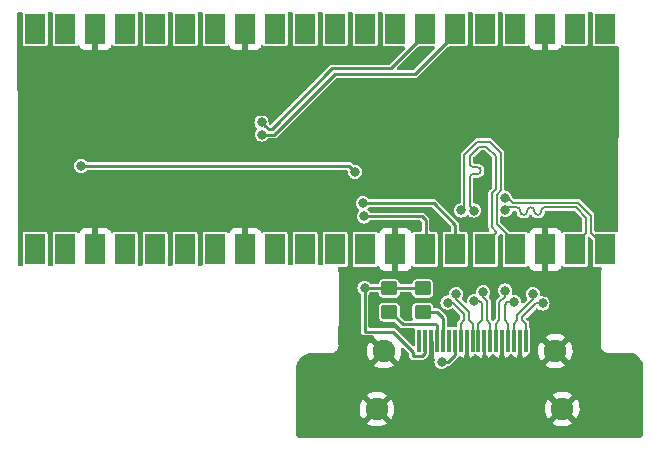
<source format=gbr>
%TF.GenerationSoftware,KiCad,Pcbnew,(6.0.11-0)*%
%TF.CreationDate,2023-07-31T17:49:37-05:00*%
%TF.ProjectId,PicoDVI-N64,5069636f-4456-4492-9d4e-36342e6b6963,rev?*%
%TF.SameCoordinates,Original*%
%TF.FileFunction,Copper,L1,Top*%
%TF.FilePolarity,Positive*%
%FSLAX46Y46*%
G04 Gerber Fmt 4.6, Leading zero omitted, Abs format (unit mm)*
G04 Created by KiCad (PCBNEW (6.0.11-0)) date 2023-07-31 17:49:37*
%MOMM*%
%LPD*%
G01*
G04 APERTURE LIST*
G04 Aperture macros list*
%AMRoundRect*
0 Rectangle with rounded corners*
0 $1 Rounding radius*
0 $2 $3 $4 $5 $6 $7 $8 $9 X,Y pos of 4 corners*
0 Add a 4 corners polygon primitive as box body*
4,1,4,$2,$3,$4,$5,$6,$7,$8,$9,$2,$3,0*
0 Add four circle primitives for the rounded corners*
1,1,$1+$1,$2,$3*
1,1,$1+$1,$4,$5*
1,1,$1+$1,$6,$7*
1,1,$1+$1,$8,$9*
0 Add four rect primitives between the rounded corners*
20,1,$1+$1,$2,$3,$4,$5,0*
20,1,$1+$1,$4,$5,$6,$7,0*
20,1,$1+$1,$6,$7,$8,$9,0*
20,1,$1+$1,$8,$9,$2,$3,0*%
G04 Aperture macros list end*
%TA.AperFunction,SMDPad,CuDef*%
%ADD10RoundRect,0.250000X-0.450000X0.350000X-0.450000X-0.350000X0.450000X-0.350000X0.450000X0.350000X0*%
%TD*%
%TA.AperFunction,SMDPad,CuDef*%
%ADD11R,0.300000X1.900000*%
%TD*%
%TA.AperFunction,ComponentPad*%
%ADD12C,1.900000*%
%TD*%
%TA.AperFunction,ComponentPad*%
%ADD13O,1.700000X1.700000*%
%TD*%
%TA.AperFunction,SMDPad,CuDef*%
%ADD14R,1.700000X2.600000*%
%TD*%
%TA.AperFunction,ComponentPad*%
%ADD15R,1.700000X1.700000*%
%TD*%
%TA.AperFunction,ViaPad*%
%ADD16C,0.800000*%
%TD*%
%TA.AperFunction,ViaPad*%
%ADD17C,0.600000*%
%TD*%
%TA.AperFunction,Conductor*%
%ADD18C,0.200000*%
%TD*%
%TA.AperFunction,Conductor*%
%ADD19C,0.250000*%
%TD*%
G04 APERTURE END LIST*
D10*
%TO.P,,1*%
%TO.N,+5V_HDMI*%
X154850000Y-103800000D03*
%TO.P,,2*%
%TO.N,SCL*%
X154850000Y-105800000D03*
%TD*%
D11*
%TO.P,J4,1,D2+*%
%TO.N,/D2+*%
X163575000Y-108212500D03*
%TO.P,J4,2,D2S*%
%TO.N,GND*%
X163075000Y-108212500D03*
%TO.P,J4,3,D2-*%
%TO.N,/D2-*%
X162575000Y-108212500D03*
%TO.P,J4,4,D1+*%
%TO.N,/D1+*%
X162075000Y-108212500D03*
%TO.P,J4,5,D1S*%
%TO.N,GND*%
X161575000Y-108212500D03*
%TO.P,J4,6,D1-*%
%TO.N,/D1-*%
X161075000Y-108212500D03*
%TO.P,J4,7,D0+*%
%TO.N,/D0+*%
X160575000Y-108212500D03*
%TO.P,J4,8,D0S*%
%TO.N,GND*%
X160075000Y-108212500D03*
%TO.P,J4,9,D0-*%
%TO.N,/D0-*%
X159575000Y-108212500D03*
%TO.P,J4,10,CK+*%
%TO.N,/CK+*%
X159075000Y-108212500D03*
%TO.P,J4,11,CKS*%
%TO.N,GND*%
X158575000Y-108212500D03*
%TO.P,J4,12,CK-*%
%TO.N,/CK-*%
X158075000Y-108212500D03*
%TO.P,J4,13,CEC*%
%TO.N,CEC*%
X157575000Y-108212500D03*
%TO.P,J4,14,UTILITY*%
%TO.N,unconnected-(J4-Pad14)*%
X157075000Y-108212500D03*
%TO.P,J4,15,SCL*%
%TO.N,SCL*%
X156575000Y-108212500D03*
%TO.P,J4,16,SDA*%
%TO.N,SDA*%
X156075000Y-108212500D03*
%TO.P,J4,17,GND*%
%TO.N,GND*%
X155575000Y-108212500D03*
%TO.P,J4,18,+5V*%
%TO.N,+5V_HDMI*%
X155075000Y-108212500D03*
%TO.P,J4,19,HPD*%
%TO.N,unconnected-(J4-Pad19)*%
X154575000Y-108212500D03*
D12*
%TO.P,J4,SH,SH*%
%TO.N,GND*%
X166675000Y-114012500D03*
X166075000Y-109112500D03*
X151575000Y-109112500D03*
X150975000Y-114012500D03*
%TD*%
D10*
%TO.P,,1*%
%TO.N,+5V_HDMI*%
X152025000Y-103800000D03*
%TO.P,,2*%
%TO.N,SDA*%
X152025000Y-105800000D03*
%TD*%
D13*
%TO.P,REF\u002A\u002A,1*%
%TO.N,VIDEO_D0*%
X122045000Y-100040000D03*
D14*
X122045000Y-100490000D03*
%TO.P,REF\u002A\u002A,2*%
%TO.N,VIDEO_D1*%
X124585000Y-100490000D03*
D13*
X124585000Y-100040000D03*
D14*
%TO.P,REF\u002A\u002A,3*%
%TO.N,GND*%
X127125000Y-100490000D03*
D15*
X127125000Y-100040000D03*
D14*
%TO.P,REF\u002A\u002A,4*%
%TO.N,VIDEO_D2*%
X129665000Y-100490000D03*
D13*
X129665000Y-100040000D03*
D14*
%TO.P,REF\u002A\u002A,5*%
%TO.N,VIDEO_D3*%
X132205000Y-100490000D03*
D13*
X132205000Y-100040000D03*
%TO.P,REF\u002A\u002A,6*%
%TO.N,VIDEO_D4*%
X134745000Y-100040000D03*
D14*
X134745000Y-100490000D03*
%TO.P,REF\u002A\u002A,7*%
%TO.N,VIDEO_D5*%
X137285000Y-100490000D03*
D13*
X137285000Y-100040000D03*
D15*
%TO.P,REF\u002A\u002A,8*%
%TO.N,GND*%
X139825000Y-100040000D03*
D14*
X139825000Y-100490000D03*
D13*
%TO.P,REF\u002A\u002A,9*%
%TO.N,VIDEO_D6*%
X142365000Y-100040000D03*
D14*
X142365000Y-100490000D03*
D13*
%TO.P,REF\u002A\u002A,10*%
%TO.N,VIDEO_SYNC*%
X144905000Y-100040000D03*
D14*
X144905000Y-100490000D03*
%TO.P,REF\u002A\u002A,11*%
%TO.N,VIDEO_CLK*%
X147445000Y-100490000D03*
D13*
X147450000Y-100075000D03*
%TO.P,REF\u002A\u002A,12*%
%TO.N,AUDIO_LRCK*%
X149985000Y-100040000D03*
D14*
X149985000Y-100490000D03*
%TO.P,REF\u002A\u002A,13*%
%TO.N,GND*%
X152525000Y-100490000D03*
%TO.P,REF\u002A\u002A,14*%
%TO.N,AUDIO_SDAT*%
X155065000Y-100490000D03*
%TO.P,REF\u002A\u002A,15*%
%TO.N,AUDIO_BCLK*%
X157605000Y-100490000D03*
%TO.P,REF\u002A\u002A,16*%
%TO.N,/PICO_D0+*%
X160145000Y-100490000D03*
%TO.P,REF\u002A\u002A,17*%
%TO.N,/PICO_D0-*%
X162685000Y-100490000D03*
%TO.P,REF\u002A\u002A,18*%
%TO.N,GND*%
X165225000Y-100490000D03*
%TO.P,REF\u002A\u002A,19*%
%TO.N,/PICO_CK+*%
X167765000Y-100490000D03*
%TO.P,REF\u002A\u002A,20*%
%TO.N,/PICO_CK-*%
X170305000Y-100490000D03*
%TO.P,REF\u002A\u002A,21*%
%TO.N,/PICO_D2+*%
X170305000Y-81810000D03*
D13*
X170305000Y-82260000D03*
%TO.P,REF\u002A\u002A,22*%
%TO.N,/PICO_D2-*%
X167765000Y-82260000D03*
D14*
X167765000Y-81810000D03*
D15*
%TO.P,REF\u002A\u002A,23*%
%TO.N,GND*%
X165225000Y-82260000D03*
D14*
X165225000Y-81810000D03*
D13*
%TO.P,REF\u002A\u002A,24*%
%TO.N,/PICO_D1+*%
X162685000Y-82260000D03*
D14*
X162685000Y-81810000D03*
%TO.P,REF\u002A\u002A,25*%
%TO.N,/PICO_D1-*%
X160145000Y-81810000D03*
D13*
X160145000Y-82260000D03*
%TO.P,REF\u002A\u002A,26*%
%TO.N,J4*%
X157605000Y-82260000D03*
D14*
X157605000Y-81810000D03*
%TO.P,REF\u002A\u002A,27*%
%TO.N,J5*%
X155065000Y-81810000D03*
D13*
X155065000Y-82260000D03*
D15*
%TO.P,REF\u002A\u002A,28*%
%TO.N,N/C*%
X152525000Y-82260000D03*
D14*
X152525000Y-81810000D03*
D13*
%TO.P,REF\u002A\u002A,29*%
%TO.N,CEC_CTRL*%
X149985000Y-82260000D03*
D14*
X149985000Y-81810000D03*
%TO.P,REF\u002A\u002A,30*%
%TO.N,N/C*%
X147445000Y-81810000D03*
D13*
X147445000Y-82260000D03*
D14*
%TO.P,REF\u002A\u002A,31*%
X144905000Y-81810000D03*
D13*
X144905000Y-82260000D03*
D14*
%TO.P,REF\u002A\u002A,32*%
X142365000Y-81810000D03*
D13*
X142365000Y-82260000D03*
D15*
%TO.P,REF\u002A\u002A,33*%
%TO.N,GND*%
X139825000Y-82260000D03*
D14*
X139825000Y-81810000D03*
D13*
%TO.P,REF\u002A\u002A,34*%
%TO.N,N/C*%
X137285000Y-82260000D03*
D14*
X137285000Y-81810000D03*
D13*
%TO.P,REF\u002A\u002A,35*%
X134745000Y-82260000D03*
D14*
X134745000Y-81810000D03*
%TO.P,REF\u002A\u002A,36*%
X132205000Y-81810000D03*
D13*
X132205000Y-82260000D03*
%TO.P,REF\u002A\u002A,37*%
X129665000Y-82260000D03*
D14*
X129665000Y-81810000D03*
D15*
%TO.P,REF\u002A\u002A,38*%
%TO.N,GND*%
X127125000Y-82260000D03*
D14*
X127125000Y-81810000D03*
%TO.P,REF\u002A\u002A,39*%
%TO.N,VSYS*%
X124585000Y-81810000D03*
D13*
X124585000Y-82260000D03*
%TO.P,REF\u002A\u002A,40*%
%TO.N,VBUS*%
X122045000Y-82260000D03*
D14*
X122045000Y-81810000D03*
%TD*%
D16*
%TO.N,/PICO_CK-*%
X161815555Y-96151091D03*
%TO.N,/PICO_CK+*%
X161850000Y-97150000D03*
D17*
%TO.N,GND*%
X129175000Y-87250000D03*
X146025000Y-85050000D03*
X167425000Y-83850000D03*
X157175000Y-91225000D03*
X157375000Y-103275000D03*
X161600000Y-109662500D03*
X160475000Y-83900000D03*
X143375000Y-85900000D03*
X169950000Y-83750000D03*
X140275000Y-95300000D03*
X160925000Y-104275000D03*
X126150000Y-87225000D03*
X153725000Y-107525000D03*
X172690000Y-115705000D03*
X145750000Y-95940160D03*
X154875000Y-83725000D03*
X127775000Y-97900000D03*
X151050000Y-83725000D03*
X154075000Y-88250000D03*
X164575000Y-103300000D03*
X158600000Y-109662500D03*
X159750000Y-94875000D03*
X133925000Y-87300000D03*
X145475000Y-110580000D03*
X136300000Y-92575000D03*
X160100000Y-109662500D03*
X163100000Y-109662500D03*
X157300000Y-106075000D03*
X162375000Y-83850000D03*
X167400000Y-111050000D03*
X165850000Y-104600000D03*
X145050000Y-115725000D03*
X159275000Y-115650000D03*
X137450000Y-87275000D03*
X168905000Y-102675000D03*
X160075000Y-97099500D03*
X155585218Y-109660109D03*
X148715000Y-95695000D03*
X143900000Y-86650000D03*
X149075000Y-83700000D03*
X161400000Y-103075000D03*
X148725000Y-97850000D03*
X159925000Y-103189502D03*
X172095000Y-110715000D03*
X156450000Y-95350000D03*
X152220000Y-87485000D03*
X134750000Y-90425000D03*
D16*
%TO.N,/PICO_D0-*%
X158127324Y-97199500D03*
%TO.N,/PICO_D0+*%
X159181306Y-97201554D03*
%TO.N,/D2+*%
X165000000Y-105075000D03*
%TO.N,/D2-*%
X164178768Y-104253768D03*
%TO.N,/D1+*%
X162600000Y-104950000D03*
%TO.N,/D1-*%
X161812884Y-103976617D03*
%TO.N,/D0+*%
X159971232Y-104128768D03*
%TO.N,/D0-*%
X159228768Y-104871232D03*
%TO.N,/CK+*%
X157696232Y-104253768D03*
%TO.N,/CK-*%
X156953768Y-104996232D03*
%TO.N,AUDIO_BCLK*%
X149787819Y-96587181D03*
%TO.N,AUDIO_SDAT*%
X149875000Y-97700000D03*
%TO.N,+5V_HDMI*%
X149925000Y-103750000D03*
%TO.N,+5V_N64*%
X149100498Y-93915000D03*
X125925000Y-93425000D03*
%TO.N,J5*%
X141205000Y-89745000D03*
%TO.N,J4*%
X141223611Y-90768574D03*
%TO.N,CEC*%
X156450000Y-110025000D03*
%TD*%
D18*
%TO.N,/PICO_CK-*%
X162101091Y-96151091D02*
X162475000Y-96525000D01*
X162475000Y-96525000D02*
X167965686Y-96525000D01*
X169075000Y-97634315D02*
X169075000Y-99100000D01*
X167965686Y-96525000D02*
X169075000Y-97634315D01*
X161815555Y-96151091D02*
X162101091Y-96151091D01*
X169075000Y-99100000D02*
X170015000Y-100040000D01*
X170015000Y-100040000D02*
X170305000Y-100040000D01*
%TO.N,/PICO_CK+*%
X168675000Y-97800000D02*
X168675000Y-99130000D01*
X168675000Y-99130000D02*
X167765000Y-100040000D01*
X167800000Y-96925000D02*
X168675000Y-97800000D01*
X161850000Y-97150000D02*
X162075000Y-96925000D01*
X163700000Y-97270938D02*
X163700000Y-97225000D01*
X164900000Y-97270938D02*
X164900000Y-97225000D01*
X165200000Y-96925000D02*
X165232419Y-96925000D01*
X162075000Y-96925000D02*
X162800000Y-96925000D01*
X163100000Y-97225000D02*
X163100000Y-97270938D01*
X165232419Y-96925000D02*
X167800000Y-96925000D01*
X164300000Y-97225000D02*
X164300000Y-97270938D01*
X165200000Y-96925000D02*
G75*
G03*
X164900000Y-97225000I0J-300000D01*
G01*
X164000000Y-96925000D02*
G75*
G03*
X163700000Y-97225000I0J-300000D01*
G01*
X164900038Y-97270938D02*
G75*
G02*
X164600000Y-97570938I-300038J38D01*
G01*
X164300000Y-97225000D02*
G75*
G03*
X164000000Y-96925000I-300000J0D01*
G01*
X164600000Y-97570900D02*
G75*
G02*
X164300000Y-97270938I0J300000D01*
G01*
X163700038Y-97270938D02*
G75*
G02*
X163400000Y-97570938I-300038J38D01*
G01*
X163400000Y-97570900D02*
G75*
G02*
X163100000Y-97270938I0J300000D01*
G01*
X163100000Y-97225000D02*
G75*
G03*
X162800000Y-96925000I-300000J0D01*
G01*
D19*
%TO.N,GND*%
X155585218Y-109660109D02*
X155600000Y-109645327D01*
X160075000Y-109637500D02*
X160100000Y-109662500D01*
X160075000Y-108212500D02*
X160075000Y-109637500D01*
X158600000Y-108212500D02*
X158600000Y-109662500D01*
X163100000Y-109662500D02*
X163100000Y-108237500D01*
X155600000Y-109645327D02*
X155600000Y-108212500D01*
X163100000Y-108237500D02*
X163075000Y-108212500D01*
X161600000Y-108212500D02*
X161600000Y-109662500D01*
D18*
%TO.N,/PICO_D0-*%
X160525000Y-91400000D02*
X161474593Y-92349593D01*
X161474593Y-95502103D02*
X161115555Y-95861141D01*
X158127324Y-97199500D02*
X158374053Y-96952771D01*
X158374053Y-96952771D02*
X158374053Y-92485261D01*
X161474593Y-92349593D02*
X161474593Y-95502103D01*
X161115555Y-95861141D02*
X161115555Y-98340555D01*
X158374053Y-92485261D02*
X159459314Y-91400000D01*
X161115555Y-98340555D02*
X162685000Y-99910000D01*
X159459314Y-91400000D02*
X160525000Y-91400000D01*
%TO.N,/PICO_D0+*%
X158824055Y-93224055D02*
X158824055Y-92600945D01*
X160715555Y-98640555D02*
X161085000Y-99010000D01*
X161085000Y-99100000D02*
X160145000Y-100040000D01*
X159476777Y-93524055D02*
X159124055Y-93524055D01*
X161024593Y-95386417D02*
X160715555Y-95695455D01*
X159181306Y-97201554D02*
X158824055Y-96844303D01*
X161024593Y-92574593D02*
X161024593Y-95386417D01*
X160715555Y-95695455D02*
X160715555Y-98640555D01*
X161085000Y-99010000D02*
X161085000Y-99100000D01*
X158824055Y-92600945D02*
X159625000Y-91800000D01*
X158824055Y-96844303D02*
X158824055Y-94424055D01*
X160250000Y-91800000D02*
X161024593Y-92574593D01*
X159625000Y-91800000D02*
X160250000Y-91800000D01*
X159124055Y-94124055D02*
X159476777Y-94124055D01*
X159476777Y-93524123D02*
G75*
G02*
X159776777Y-93824055I23J-299977D01*
G01*
X159124055Y-94124055D02*
G75*
G03*
X158824055Y-94424055I45J-300045D01*
G01*
X158824145Y-93224055D02*
G75*
G03*
X159124055Y-93524055I299955J-45D01*
G01*
X159776755Y-93824055D02*
G75*
G02*
X159476777Y-94124055I-299955J-45D01*
G01*
%TO.N,/D2+*%
X163575000Y-106787499D02*
X163575000Y-108212500D01*
X163300000Y-106512499D02*
X163575000Y-106787499D01*
X165000000Y-105075000D02*
X164418199Y-105075000D01*
X163300000Y-106193199D02*
X163300000Y-106512499D01*
X164418199Y-105075000D02*
X163300000Y-106193199D01*
%TO.N,/D2-*%
X162850000Y-106512499D02*
X162575000Y-106787499D01*
X162575000Y-106787499D02*
X162575000Y-108212500D01*
X162850000Y-106006801D02*
X162850000Y-106512499D01*
X164178768Y-104678033D02*
X162850000Y-106006801D01*
X164178768Y-104253768D02*
X164178768Y-104678033D01*
%TO.N,/D1+*%
X162600000Y-104950000D02*
X162018199Y-104950000D01*
X161800000Y-106512499D02*
X162075000Y-106787499D01*
X161800000Y-105168199D02*
X161800000Y-106512499D01*
X162075000Y-106787499D02*
X162075000Y-108212500D01*
X162018199Y-104950000D02*
X161800000Y-105168199D01*
%TO.N,/D1-*%
X161075000Y-106787499D02*
X161075000Y-108212500D01*
X161350000Y-106512499D02*
X161075000Y-106787499D01*
X161812884Y-104518917D02*
X161350000Y-104981801D01*
X161812884Y-103976617D02*
X161812884Y-104518917D01*
X161350000Y-104981801D02*
X161350000Y-106512499D01*
%TO.N,/D0+*%
X159971232Y-104553033D02*
X159971232Y-104128768D01*
X160300000Y-106512499D02*
X160300000Y-104881801D01*
X160300000Y-104881801D02*
X159971232Y-104553033D01*
X160575000Y-108212500D02*
X160575000Y-106787499D01*
X160575000Y-106787499D02*
X160300000Y-106512499D01*
%TO.N,/D0-*%
X159575000Y-108212500D02*
X159575000Y-106787499D01*
X159850000Y-106512499D02*
X159850000Y-105068199D01*
X159575000Y-106787499D02*
X159850000Y-106512499D01*
X159850000Y-105068199D02*
X159653033Y-104871232D01*
X159653033Y-104871232D02*
X159228768Y-104871232D01*
%TO.N,/CK+*%
X158800000Y-106512499D02*
X159075000Y-106787499D01*
X158800000Y-105781801D02*
X158800000Y-106512499D01*
X159075000Y-106787499D02*
X159075000Y-108212500D01*
X157696232Y-104253768D02*
X157696232Y-104678033D01*
X157696232Y-104678033D02*
X158800000Y-105781801D01*
%TO.N,/CK-*%
X156953768Y-104996232D02*
X157378033Y-104996232D01*
X157378033Y-104996232D02*
X158350000Y-105968199D01*
X158100000Y-108212500D02*
X158050000Y-108162500D01*
X158350000Y-106512499D02*
X158075000Y-106787499D01*
X158075000Y-108212500D02*
X158050000Y-108187500D01*
X158350000Y-105968199D02*
X158350000Y-106512499D01*
X158075000Y-106787499D02*
X158075000Y-108212500D01*
X158100000Y-108212500D02*
X158075000Y-108212500D01*
D19*
%TO.N,AUDIO_BCLK*%
X149787819Y-96587181D02*
X155787181Y-96587181D01*
X157605000Y-98405000D02*
X157605000Y-100040000D01*
X155787181Y-96587181D02*
X157605000Y-98405000D01*
%TO.N,AUDIO_SDAT*%
X149875000Y-97700000D02*
X154775000Y-97700000D01*
X154775000Y-97700000D02*
X155100000Y-98025000D01*
X155100000Y-98025000D02*
X155100000Y-100005000D01*
%TO.N,+5V_HDMI*%
X154025000Y-109525000D02*
X154025000Y-109150000D01*
X149925000Y-107450000D02*
X149925000Y-103750000D01*
X152325000Y-107450000D02*
X149925000Y-107450000D01*
X155075000Y-108212500D02*
X155075000Y-109275000D01*
X155075000Y-109275000D02*
X154825000Y-109525000D01*
X154025000Y-109150000D02*
X152325000Y-107450000D01*
X149925000Y-103750000D02*
X154850000Y-103750000D01*
X154825000Y-109525000D02*
X154025000Y-109525000D01*
%TO.N,+5V_N64*%
X149100498Y-93915000D02*
X148610498Y-93425000D01*
X148610498Y-93425000D02*
X125925000Y-93425000D01*
%TO.N,J5*%
X152150000Y-85175000D02*
X155065000Y-82260000D01*
X141503574Y-90043574D02*
X141523916Y-90043574D01*
X142069628Y-90318574D02*
X147213202Y-85175000D01*
X141523916Y-90043574D02*
X141798916Y-90318574D01*
X141205000Y-89745000D02*
X141503574Y-90043574D01*
X147213202Y-85175000D02*
X152150000Y-85175000D01*
X141798916Y-90318574D02*
X142069628Y-90318574D01*
%TO.N,J4*%
X147399598Y-85625000D02*
X154240000Y-85625000D01*
X142256024Y-90768574D02*
X147399598Y-85625000D01*
X154240000Y-85625000D02*
X157605000Y-82260000D01*
X141223611Y-90768574D02*
X142256024Y-90768574D01*
%TO.N,SDA*%
X153175000Y-106850000D02*
X152125000Y-105800000D01*
X156075000Y-106962500D02*
X155962500Y-106850000D01*
X155962500Y-106850000D02*
X153175000Y-106850000D01*
X156075000Y-108212500D02*
X156075000Y-106962500D01*
%TO.N,SCL*%
X156575000Y-108212500D02*
X156575000Y-106325000D01*
X156575000Y-106325000D02*
X156050000Y-105800000D01*
X156050000Y-105800000D02*
X155300000Y-105800000D01*
%TO.N,CEC*%
X157575000Y-109462500D02*
X157575000Y-108212500D01*
X156450000Y-110025000D02*
X157012500Y-110025000D01*
X157012500Y-110025000D02*
X157575000Y-109462500D01*
%TD*%
%TA.AperFunction,Conductor*%
%TO.N,GND*%
G36*
X169196585Y-80419791D02*
G01*
X169243096Y-80473431D01*
X169254500Y-80525812D01*
X169254500Y-82193817D01*
X169253715Y-82207862D01*
X169249520Y-82245262D01*
X169250036Y-82251405D01*
X169254058Y-82299302D01*
X169254500Y-82309846D01*
X169254500Y-83129748D01*
X169266133Y-83188231D01*
X169273026Y-83198547D01*
X169277878Y-83205808D01*
X169310448Y-83254552D01*
X169376769Y-83298867D01*
X169388938Y-83301288D01*
X169388939Y-83301288D01*
X169429184Y-83309293D01*
X169435252Y-83310500D01*
X170234723Y-83310500D01*
X170249642Y-83311386D01*
X170282894Y-83315351D01*
X170289029Y-83314879D01*
X170289031Y-83314879D01*
X170341117Y-83310871D01*
X170350784Y-83310500D01*
X171174748Y-83310500D01*
X171180816Y-83309293D01*
X171221061Y-83301288D01*
X171221062Y-83301288D01*
X171233231Y-83298867D01*
X171243548Y-83291974D01*
X171243549Y-83291973D01*
X171253646Y-83285226D01*
X171321399Y-83264009D01*
X171389866Y-83282790D01*
X171437311Y-83335606D01*
X171449651Y-83390194D01*
X171424388Y-98894566D01*
X171404275Y-98962654D01*
X171350543Y-99009060D01*
X171280253Y-99019049D01*
X171250170Y-99010770D01*
X171243550Y-99008028D01*
X171233231Y-99001133D01*
X171174748Y-98989500D01*
X169501500Y-98989500D01*
X169433379Y-98969498D01*
X169386886Y-98915842D01*
X169375500Y-98863500D01*
X169375500Y-97686685D01*
X169375696Y-97684010D01*
X169377426Y-97678973D01*
X169375589Y-97630044D01*
X169375500Y-97625318D01*
X169375500Y-97606367D01*
X169374618Y-97601634D01*
X169374390Y-97598107D01*
X169373663Y-97578735D01*
X169373662Y-97578733D01*
X169373226Y-97567107D01*
X169368632Y-97556415D01*
X169367595Y-97551812D01*
X169364038Y-97540102D01*
X169362339Y-97535699D01*
X169360209Y-97524262D01*
X169354106Y-97514361D01*
X169354105Y-97514358D01*
X169347271Y-97503271D01*
X169338767Y-97486900D01*
X169332547Y-97472424D01*
X169332546Y-97472422D01*
X169329036Y-97464253D01*
X169325023Y-97459367D01*
X169322840Y-97457184D01*
X169320776Y-97454908D01*
X169320937Y-97454762D01*
X169313825Y-97445766D01*
X169307573Y-97438871D01*
X169301468Y-97428967D01*
X169279680Y-97412399D01*
X169266861Y-97401205D01*
X168215205Y-96349548D01*
X168213449Y-96347514D01*
X168211111Y-96342731D01*
X168175209Y-96309427D01*
X168171804Y-96306147D01*
X168158409Y-96292752D01*
X168154439Y-96290028D01*
X168151791Y-96287703D01*
X168137567Y-96274508D01*
X168137564Y-96274506D01*
X168129040Y-96266599D01*
X168118236Y-96262289D01*
X168114247Y-96259767D01*
X168103459Y-96254006D01*
X168099134Y-96252089D01*
X168089540Y-96245508D01*
X168078221Y-96242822D01*
X168078219Y-96242821D01*
X168065559Y-96239817D01*
X168047962Y-96234252D01*
X168033324Y-96228412D01*
X168033321Y-96228411D01*
X168025064Y-96225117D01*
X168018771Y-96224500D01*
X168015692Y-96224500D01*
X168012619Y-96224350D01*
X168012630Y-96224134D01*
X168001255Y-96222802D01*
X167991940Y-96222346D01*
X167980620Y-96219660D01*
X167969091Y-96221229D01*
X167969090Y-96221229D01*
X167953513Y-96223349D01*
X167936522Y-96224500D01*
X162651661Y-96224500D01*
X162583540Y-96204498D01*
X162562566Y-96187595D01*
X162434404Y-96059433D01*
X162401792Y-96002946D01*
X162401677Y-96002516D01*
X162400599Y-95994329D01*
X162340091Y-95848250D01*
X162243837Y-95722809D01*
X162118396Y-95626555D01*
X161972317Y-95566047D01*
X161964129Y-95564969D01*
X161884647Y-95554505D01*
X161819720Y-95525783D01*
X161780628Y-95466517D01*
X161775093Y-95429583D01*
X161775093Y-92401959D01*
X161775289Y-92399286D01*
X161777018Y-92394251D01*
X161775182Y-92345337D01*
X161775093Y-92340611D01*
X161775093Y-92321645D01*
X161774212Y-92316910D01*
X161773983Y-92313383D01*
X161773813Y-92308847D01*
X161772819Y-92282384D01*
X161768227Y-92271697D01*
X161767188Y-92267085D01*
X161763636Y-92255393D01*
X161761932Y-92250976D01*
X161759802Y-92239540D01*
X161746865Y-92218552D01*
X161738362Y-92202182D01*
X161732142Y-92187705D01*
X161732140Y-92187701D01*
X161728629Y-92179530D01*
X161724615Y-92174644D01*
X161722430Y-92172459D01*
X161720378Y-92170196D01*
X161720538Y-92170051D01*
X161713418Y-92161044D01*
X161707166Y-92154149D01*
X161701061Y-92144245D01*
X161679273Y-92127677D01*
X161666454Y-92116483D01*
X160774519Y-91224548D01*
X160772763Y-91222514D01*
X160770425Y-91217731D01*
X160753337Y-91201879D01*
X160734523Y-91184427D01*
X160731118Y-91181147D01*
X160717723Y-91167752D01*
X160713753Y-91165028D01*
X160711105Y-91162703D01*
X160696881Y-91149508D01*
X160696878Y-91149506D01*
X160688354Y-91141599D01*
X160677550Y-91137289D01*
X160673561Y-91134767D01*
X160662773Y-91129006D01*
X160658448Y-91127089D01*
X160648854Y-91120508D01*
X160637535Y-91117822D01*
X160637533Y-91117821D01*
X160624873Y-91114817D01*
X160607276Y-91109252D01*
X160592638Y-91103412D01*
X160592635Y-91103411D01*
X160584378Y-91100117D01*
X160578085Y-91099500D01*
X160575006Y-91099500D01*
X160571933Y-91099350D01*
X160571944Y-91099134D01*
X160560569Y-91097802D01*
X160551254Y-91097346D01*
X160539934Y-91094660D01*
X160528405Y-91096229D01*
X160528404Y-91096229D01*
X160512827Y-91098349D01*
X160495836Y-91099500D01*
X159511680Y-91099500D01*
X159509007Y-91099304D01*
X159503972Y-91097575D01*
X159492350Y-91098011D01*
X159492348Y-91098011D01*
X159455059Y-91099411D01*
X159450333Y-91099500D01*
X159431366Y-91099500D01*
X159426631Y-91100382D01*
X159423105Y-91100610D01*
X159419365Y-91100751D01*
X159392106Y-91101774D01*
X159381421Y-91106364D01*
X159376821Y-91107401D01*
X159365100Y-91110962D01*
X159360697Y-91112661D01*
X159349261Y-91114791D01*
X159328275Y-91127727D01*
X159311903Y-91136231D01*
X159297426Y-91142451D01*
X159297422Y-91142453D01*
X159289251Y-91145964D01*
X159284365Y-91149978D01*
X159282180Y-91152163D01*
X159279917Y-91154215D01*
X159279772Y-91154055D01*
X159270765Y-91161175D01*
X159263870Y-91167427D01*
X159253966Y-91173532D01*
X159237398Y-91195320D01*
X159226204Y-91208139D01*
X158198601Y-92235742D01*
X158196567Y-92237498D01*
X158191784Y-92239836D01*
X158183872Y-92248365D01*
X158183871Y-92248366D01*
X158158480Y-92275738D01*
X158155200Y-92279143D01*
X158141805Y-92292538D01*
X158139081Y-92296508D01*
X158136756Y-92299156D01*
X158123561Y-92313380D01*
X158123559Y-92313383D01*
X158115652Y-92321907D01*
X158111342Y-92332711D01*
X158108820Y-92336700D01*
X158103059Y-92347488D01*
X158101142Y-92351813D01*
X158094561Y-92361407D01*
X158091875Y-92372726D01*
X158091874Y-92372728D01*
X158088870Y-92385388D01*
X158083305Y-92402985D01*
X158074170Y-92425883D01*
X158073553Y-92432176D01*
X158073553Y-92435255D01*
X158073403Y-92438328D01*
X158073187Y-92438317D01*
X158071855Y-92449692D01*
X158071399Y-92459007D01*
X158068713Y-92470327D01*
X158070282Y-92481856D01*
X158070282Y-92481857D01*
X158072402Y-92497434D01*
X158073553Y-92514425D01*
X158073553Y-96491292D01*
X158053551Y-96559413D01*
X157999895Y-96605906D01*
X157980165Y-96612998D01*
X157978743Y-96613379D01*
X157970562Y-96614456D01*
X157962940Y-96617613D01*
X157962937Y-96617614D01*
X157903072Y-96642411D01*
X157824483Y-96674964D01*
X157699042Y-96771218D01*
X157602788Y-96896659D01*
X157542280Y-97042738D01*
X157521642Y-97199500D01*
X157542280Y-97356262D01*
X157602788Y-97502341D01*
X157699042Y-97627782D01*
X157824483Y-97724036D01*
X157970562Y-97784544D01*
X158127324Y-97805182D01*
X158135512Y-97804104D01*
X158275898Y-97785622D01*
X158284086Y-97784544D01*
X158430165Y-97724036D01*
X158555606Y-97627782D01*
X158560629Y-97621236D01*
X158564193Y-97617672D01*
X158626505Y-97583646D01*
X158697320Y-97588711D01*
X158742383Y-97617672D01*
X158748001Y-97623290D01*
X158753024Y-97629836D01*
X158878465Y-97726090D01*
X159024544Y-97786598D01*
X159181306Y-97807236D01*
X159189494Y-97806158D01*
X159194789Y-97805461D01*
X159338068Y-97786598D01*
X159484147Y-97726090D01*
X159609588Y-97629836D01*
X159705842Y-97504395D01*
X159766350Y-97358316D01*
X159786988Y-97201554D01*
X159766350Y-97044792D01*
X159705842Y-96898713D01*
X159609588Y-96773272D01*
X159484147Y-96677018D01*
X159338068Y-96616510D01*
X159234108Y-96602823D01*
X159169182Y-96574102D01*
X159130090Y-96514837D01*
X159124555Y-96477902D01*
X159124555Y-94550555D01*
X159144557Y-94482434D01*
X159198213Y-94435941D01*
X159250555Y-94424555D01*
X159439446Y-94424555D01*
X159461335Y-94426471D01*
X159476754Y-94429191D01*
X159487609Y-94427278D01*
X159487956Y-94427278D01*
X159493805Y-94426434D01*
X159611233Y-94413210D01*
X159647218Y-94400620D01*
X159732286Y-94370856D01*
X159732289Y-94370855D01*
X159738970Y-94368517D01*
X159744962Y-94364752D01*
X159744964Y-94364751D01*
X159847567Y-94300280D01*
X159853556Y-94296517D01*
X159925676Y-94224392D01*
X159944245Y-94205822D01*
X159944247Y-94205819D01*
X159949245Y-94200821D01*
X159953004Y-94194838D01*
X159953007Y-94194834D01*
X160017472Y-94092222D01*
X160017473Y-94092219D01*
X160021236Y-94086230D01*
X160023629Y-94079391D01*
X160047886Y-94010044D01*
X160065920Y-93958490D01*
X160079097Y-93841400D01*
X160080001Y-93835139D01*
X160080001Y-93834863D01*
X160081913Y-93824009D01*
X160079997Y-93813151D01*
X160079997Y-93812798D01*
X160079157Y-93806983D01*
X160066701Y-93696583D01*
X160065908Y-93689554D01*
X160021201Y-93561844D01*
X159949198Y-93447283D01*
X159853509Y-93351616D01*
X159847521Y-93347854D01*
X159847518Y-93347852D01*
X159782771Y-93307179D01*
X159738933Y-93279640D01*
X159684530Y-93260609D01*
X159617892Y-93237298D01*
X159617889Y-93237297D01*
X159611213Y-93234962D01*
X159604187Y-93234171D01*
X159604183Y-93234170D01*
X159552149Y-93228312D01*
X159542041Y-93226521D01*
X159536155Y-93224172D01*
X159529862Y-93223555D01*
X159516971Y-93223555D01*
X159502876Y-93222764D01*
X159494849Y-93221860D01*
X159487729Y-93220833D01*
X159487613Y-93220833D01*
X159476754Y-93218919D01*
X159465898Y-93220834D01*
X159465897Y-93220834D01*
X159461335Y-93221639D01*
X159439446Y-93223555D01*
X159250555Y-93223555D01*
X159182434Y-93203553D01*
X159135941Y-93149897D01*
X159124555Y-93097555D01*
X159124555Y-92777607D01*
X159144557Y-92709486D01*
X159161460Y-92688511D01*
X159712568Y-92137404D01*
X159774880Y-92103379D01*
X159801663Y-92100500D01*
X160073339Y-92100500D01*
X160141460Y-92120502D01*
X160162434Y-92137405D01*
X160687188Y-92662159D01*
X160721214Y-92724471D01*
X160724093Y-92751254D01*
X160724093Y-95209754D01*
X160704091Y-95277875D01*
X160687189Y-95298849D01*
X160540100Y-95445939D01*
X160538070Y-95447692D01*
X160533286Y-95450030D01*
X160525374Y-95458559D01*
X160525373Y-95458560D01*
X160499982Y-95485932D01*
X160496702Y-95489337D01*
X160483307Y-95502732D01*
X160480583Y-95506702D01*
X160478258Y-95509350D01*
X160465063Y-95523574D01*
X160465061Y-95523577D01*
X160457154Y-95532101D01*
X160452844Y-95542905D01*
X160450322Y-95546894D01*
X160444561Y-95557682D01*
X160442644Y-95562007D01*
X160436063Y-95571601D01*
X160433377Y-95582920D01*
X160433376Y-95582922D01*
X160430372Y-95595582D01*
X160424807Y-95613179D01*
X160418967Y-95627817D01*
X160415672Y-95636077D01*
X160415055Y-95642370D01*
X160415055Y-95645449D01*
X160414905Y-95648522D01*
X160414689Y-95648511D01*
X160413357Y-95659886D01*
X160412901Y-95669201D01*
X160410215Y-95680521D01*
X160411784Y-95692050D01*
X160411784Y-95692051D01*
X160413904Y-95707628D01*
X160415055Y-95724619D01*
X160415055Y-98588189D01*
X160414859Y-98590862D01*
X160413130Y-98595897D01*
X160413566Y-98607519D01*
X160413566Y-98607521D01*
X160414966Y-98644810D01*
X160415055Y-98649536D01*
X160415055Y-98668503D01*
X160415937Y-98673238D01*
X160416165Y-98676764D01*
X160417329Y-98707763D01*
X160421919Y-98718448D01*
X160422956Y-98723048D01*
X160426517Y-98734769D01*
X160428216Y-98739172D01*
X160430346Y-98750608D01*
X160436450Y-98760510D01*
X160443282Y-98771594D01*
X160451786Y-98787966D01*
X160461518Y-98810616D01*
X160458964Y-98811713D01*
X160473627Y-98866579D01*
X160451967Y-98934191D01*
X160397191Y-98979359D01*
X160347665Y-98989500D01*
X159275252Y-98989500D01*
X159269184Y-98990707D01*
X159228939Y-98998712D01*
X159228938Y-98998712D01*
X159216769Y-99001133D01*
X159150448Y-99045448D01*
X159143557Y-99055761D01*
X159116159Y-99096765D01*
X159106133Y-99111769D01*
X159094500Y-99170252D01*
X159094500Y-101809748D01*
X159095707Y-101815816D01*
X159103683Y-101855912D01*
X159106133Y-101868231D01*
X159113026Y-101878547D01*
X159117878Y-101885808D01*
X159150448Y-101934552D01*
X159216769Y-101978867D01*
X159228938Y-101981288D01*
X159228939Y-101981288D01*
X159269184Y-101989293D01*
X159275252Y-101990500D01*
X161014748Y-101990500D01*
X161020816Y-101989293D01*
X161061061Y-101981288D01*
X161061062Y-101981288D01*
X161073231Y-101978867D01*
X161139552Y-101934552D01*
X161172122Y-101885808D01*
X161176974Y-101878547D01*
X161183867Y-101868231D01*
X161186318Y-101855912D01*
X161194293Y-101815816D01*
X161195500Y-101809748D01*
X161195500Y-99466661D01*
X161215502Y-99398540D01*
X161232405Y-99377566D01*
X161260452Y-99349519D01*
X161262486Y-99347763D01*
X161267269Y-99345425D01*
X161300573Y-99309523D01*
X161303853Y-99306118D01*
X161317248Y-99292723D01*
X161319972Y-99288753D01*
X161322297Y-99286105D01*
X161335490Y-99271882D01*
X161343401Y-99263354D01*
X161347712Y-99252549D01*
X161350235Y-99248558D01*
X161359678Y-99230874D01*
X161363911Y-99224703D01*
X161418938Y-99179842D01*
X161489484Y-99171853D01*
X161556910Y-99206881D01*
X161597595Y-99247566D01*
X161631621Y-99309878D01*
X161634500Y-99336661D01*
X161634500Y-101809748D01*
X161635707Y-101815816D01*
X161643683Y-101855912D01*
X161646133Y-101868231D01*
X161653026Y-101878547D01*
X161657878Y-101885808D01*
X161690448Y-101934552D01*
X161756769Y-101978867D01*
X161768938Y-101981288D01*
X161768939Y-101981288D01*
X161809184Y-101989293D01*
X161815252Y-101990500D01*
X163554748Y-101990500D01*
X163560816Y-101989293D01*
X163601061Y-101981288D01*
X163601062Y-101981288D01*
X163613231Y-101978867D01*
X163679552Y-101934552D01*
X163686443Y-101924239D01*
X163690848Y-101919834D01*
X163753160Y-101885808D01*
X163823975Y-101890873D01*
X163880811Y-101933420D01*
X163897925Y-101964699D01*
X163921676Y-102028054D01*
X163930214Y-102043649D01*
X164006715Y-102145724D01*
X164019276Y-102158285D01*
X164121351Y-102234786D01*
X164136946Y-102243324D01*
X164257394Y-102288478D01*
X164272649Y-102292105D01*
X164323514Y-102297631D01*
X164330328Y-102298000D01*
X164952885Y-102298000D01*
X164968124Y-102293525D01*
X164969329Y-102292135D01*
X164971000Y-102284452D01*
X164971000Y-98700116D01*
X164966525Y-98684877D01*
X164965135Y-98683672D01*
X164957452Y-98682001D01*
X164330331Y-98682001D01*
X164323510Y-98682371D01*
X164272648Y-98687895D01*
X164257396Y-98691521D01*
X164136946Y-98736676D01*
X164121351Y-98745214D01*
X164019276Y-98821715D01*
X164006715Y-98834276D01*
X163930214Y-98936351D01*
X163921676Y-98951946D01*
X163897925Y-99015301D01*
X163855283Y-99072065D01*
X163788722Y-99096765D01*
X163719373Y-99081557D01*
X163690848Y-99060166D01*
X163686443Y-99055761D01*
X163679552Y-99045448D01*
X163613231Y-99001133D01*
X163601062Y-98998712D01*
X163601061Y-98998712D01*
X163560816Y-98990707D01*
X163554748Y-98989500D01*
X162241661Y-98989500D01*
X162173540Y-98969498D01*
X162152566Y-98952595D01*
X161452960Y-98252989D01*
X161418934Y-98190677D01*
X161416055Y-98163894D01*
X161416055Y-97808803D01*
X161436057Y-97740682D01*
X161489713Y-97694189D01*
X161559987Y-97684085D01*
X161590268Y-97692392D01*
X161693238Y-97735044D01*
X161850000Y-97755682D01*
X161858188Y-97754604D01*
X161998574Y-97736122D01*
X162006762Y-97735044D01*
X162152841Y-97674536D01*
X162248692Y-97600987D01*
X162271736Y-97583305D01*
X162278282Y-97578282D01*
X162374536Y-97452841D01*
X162435044Y-97306762D01*
X162437462Y-97307764D01*
X162467618Y-97258277D01*
X162531475Y-97227247D01*
X162552385Y-97225500D01*
X162677983Y-97225500D01*
X162746104Y-97245502D01*
X162792597Y-97299158D01*
X162803189Y-97337376D01*
X162810073Y-97398406D01*
X162810074Y-97398409D01*
X162810866Y-97405433D01*
X162813203Y-97412109D01*
X162813203Y-97412110D01*
X162836927Y-97479887D01*
X162855568Y-97533145D01*
X162859333Y-97539135D01*
X162859333Y-97539136D01*
X162867057Y-97551426D01*
X162927567Y-97647709D01*
X163023251Y-97743381D01*
X163029241Y-97747144D01*
X163029243Y-97747146D01*
X163080538Y-97779373D01*
X163137824Y-97815365D01*
X163265541Y-97860051D01*
X163382378Y-97873215D01*
X163388924Y-97874160D01*
X163389144Y-97874160D01*
X163400000Y-97876074D01*
X163410859Y-97874159D01*
X163411208Y-97874159D01*
X163417037Y-97873318D01*
X163527437Y-97860880D01*
X163534467Y-97860088D01*
X163541138Y-97857754D01*
X163541142Y-97857753D01*
X163655519Y-97817734D01*
X163655518Y-97817734D01*
X163662193Y-97815399D01*
X163758958Y-97754604D01*
X163770781Y-97747176D01*
X163770783Y-97747174D01*
X163776773Y-97743411D01*
X163872463Y-97647733D01*
X163876225Y-97641747D01*
X163876229Y-97641742D01*
X163893340Y-97614514D01*
X163946522Y-97567480D01*
X164016690Y-97556665D01*
X164081566Y-97585503D01*
X164106703Y-97614511D01*
X164127567Y-97647709D01*
X164223251Y-97743381D01*
X164229241Y-97747144D01*
X164229243Y-97747146D01*
X164280538Y-97779373D01*
X164337824Y-97815365D01*
X164465541Y-97860051D01*
X164582378Y-97873215D01*
X164588924Y-97874160D01*
X164589144Y-97874160D01*
X164600000Y-97876074D01*
X164610859Y-97874159D01*
X164611208Y-97874159D01*
X164617037Y-97873318D01*
X164727437Y-97860880D01*
X164734467Y-97860088D01*
X164741138Y-97857754D01*
X164741142Y-97857753D01*
X164855519Y-97817734D01*
X164855518Y-97817734D01*
X164862193Y-97815399D01*
X164958958Y-97754604D01*
X164970781Y-97747176D01*
X164970783Y-97747174D01*
X164976773Y-97743411D01*
X165072463Y-97647733D01*
X165112953Y-97583305D01*
X165140702Y-97539152D01*
X165140704Y-97539149D01*
X165144466Y-97533162D01*
X165189171Y-97405442D01*
X165194719Y-97356262D01*
X165195929Y-97345532D01*
X165197622Y-97335985D01*
X165199883Y-97330316D01*
X165200500Y-97324023D01*
X165200500Y-97322495D01*
X165200689Y-97321718D01*
X165236226Y-97260255D01*
X165299350Y-97227762D01*
X165323119Y-97225500D01*
X167623339Y-97225500D01*
X167691460Y-97245502D01*
X167712434Y-97262405D01*
X168337595Y-97887566D01*
X168371621Y-97949878D01*
X168374500Y-97976661D01*
X168374500Y-98863500D01*
X168354498Y-98931621D01*
X168300842Y-98978114D01*
X168248500Y-98989500D01*
X166895252Y-98989500D01*
X166889184Y-98990707D01*
X166848939Y-98998712D01*
X166848938Y-98998712D01*
X166836769Y-99001133D01*
X166770448Y-99045448D01*
X166763557Y-99055761D01*
X166759152Y-99060166D01*
X166696840Y-99094192D01*
X166626025Y-99089127D01*
X166569189Y-99046580D01*
X166552075Y-99015301D01*
X166528324Y-98951946D01*
X166519786Y-98936351D01*
X166443285Y-98834276D01*
X166430724Y-98821715D01*
X166328649Y-98745214D01*
X166313054Y-98736676D01*
X166192606Y-98691522D01*
X166177351Y-98687895D01*
X166126486Y-98682369D01*
X166119672Y-98682000D01*
X165497115Y-98682000D01*
X165481876Y-98686475D01*
X165480671Y-98687865D01*
X165479000Y-98695548D01*
X165479000Y-102279884D01*
X165483475Y-102295123D01*
X165484865Y-102296328D01*
X165492548Y-102297999D01*
X166119669Y-102297999D01*
X166126490Y-102297629D01*
X166177352Y-102292105D01*
X166192604Y-102288479D01*
X166313054Y-102243324D01*
X166328649Y-102234786D01*
X166430724Y-102158285D01*
X166443285Y-102145724D01*
X166519786Y-102043649D01*
X166528324Y-102028054D01*
X166552075Y-101964699D01*
X166594717Y-101907935D01*
X166661278Y-101883235D01*
X166730627Y-101898443D01*
X166759152Y-101919834D01*
X166763557Y-101924239D01*
X166770448Y-101934552D01*
X166836769Y-101978867D01*
X166848938Y-101981288D01*
X166848939Y-101981288D01*
X166889184Y-101989293D01*
X166895252Y-101990500D01*
X168634748Y-101990500D01*
X168640816Y-101989293D01*
X168681061Y-101981288D01*
X168681062Y-101981288D01*
X168693231Y-101978867D01*
X168759552Y-101934552D01*
X168792122Y-101885808D01*
X168796974Y-101878547D01*
X168803867Y-101868231D01*
X168806318Y-101855912D01*
X168814293Y-101815816D01*
X168815500Y-101809748D01*
X168815500Y-99569661D01*
X168835502Y-99501540D01*
X168889158Y-99455047D01*
X168959432Y-99444943D01*
X169024012Y-99474437D01*
X169030595Y-99480566D01*
X169217595Y-99667566D01*
X169251621Y-99729878D01*
X169254500Y-99756661D01*
X169254500Y-101809748D01*
X169255707Y-101815816D01*
X169263683Y-101855912D01*
X169266133Y-101868231D01*
X169273026Y-101878547D01*
X169277878Y-101885808D01*
X169310448Y-101934552D01*
X169376769Y-101978867D01*
X169388938Y-101981288D01*
X169388939Y-101981288D01*
X169429184Y-101989293D01*
X169435252Y-101990500D01*
X169905002Y-101990500D01*
X169973123Y-102010502D01*
X170019616Y-102064158D01*
X170029720Y-102134432D01*
X170011692Y-102183532D01*
X169978748Y-102235967D01*
X169976411Y-102242647D01*
X169935584Y-102359334D01*
X169930336Y-102374332D01*
X169929544Y-102381363D01*
X169918051Y-102483377D01*
X169914790Y-102512317D01*
X169912731Y-102520000D01*
X169917025Y-102536026D01*
X169917025Y-102548303D01*
X169918100Y-102556417D01*
X169927737Y-108425910D01*
X169927957Y-108560119D01*
X169926996Y-108567469D01*
X169926998Y-108580486D01*
X169922707Y-108596510D01*
X169924765Y-108604185D01*
X169940331Y-108742161D01*
X169942669Y-108748840D01*
X169942669Y-108748841D01*
X169978847Y-108852199D01*
X169988755Y-108880507D01*
X170066744Y-109004612D01*
X170170388Y-109108256D01*
X170294493Y-109186245D01*
X170301174Y-109188583D01*
X170301175Y-109188584D01*
X170426108Y-109232313D01*
X170432839Y-109234669D01*
X170570815Y-109250235D01*
X170578490Y-109252293D01*
X170594514Y-109248002D01*
X170607659Y-109248004D01*
X170614871Y-109247063D01*
X171647019Y-109249302D01*
X172168172Y-109250432D01*
X172183001Y-109252154D01*
X172188944Y-109251959D01*
X172205100Y-109255726D01*
X172219944Y-109251223D01*
X172222778Y-109251242D01*
X172340989Y-109256681D01*
X172398859Y-109259343D01*
X172418515Y-109261807D01*
X172598927Y-109299017D01*
X172617956Y-109304533D01*
X172790291Y-109369563D01*
X172808220Y-109377994D01*
X172968232Y-109469240D01*
X172984619Y-109480378D01*
X173128348Y-109595581D01*
X173142787Y-109609150D01*
X173227825Y-109702714D01*
X173266681Y-109745466D01*
X173278814Y-109761133D01*
X173379797Y-109915176D01*
X173389324Y-109932550D01*
X173464913Y-110100529D01*
X173471598Y-110119183D01*
X173519916Y-110296933D01*
X173523594Y-110316403D01*
X173542654Y-110492208D01*
X173542814Y-110494542D01*
X173539258Y-110509562D01*
X173544018Y-110525450D01*
X173544456Y-110540411D01*
X173544510Y-110544067D01*
X173545200Y-113186577D01*
X173545798Y-115473335D01*
X173545951Y-116060044D01*
X173544949Y-116067659D01*
X173544948Y-116080414D01*
X173540651Y-116096441D01*
X173544072Y-116109211D01*
X173543867Y-116112335D01*
X173536209Y-116170456D01*
X173527696Y-116202217D01*
X173511152Y-116242152D01*
X173505469Y-116255870D01*
X173489024Y-116284350D01*
X173453673Y-116330418D01*
X173430418Y-116353673D01*
X173384350Y-116389024D01*
X173355872Y-116405468D01*
X173302217Y-116427696D01*
X173270457Y-116436209D01*
X173223522Y-116442392D01*
X173212346Y-116443865D01*
X173209209Y-116444071D01*
X173196441Y-116440651D01*
X173180416Y-116444947D01*
X173167729Y-116444948D01*
X173160042Y-116445960D01*
X158840519Y-116445969D01*
X144514939Y-116445978D01*
X144507267Y-116444967D01*
X144494561Y-116444965D01*
X144478539Y-116440669D01*
X144465770Y-116444088D01*
X144462638Y-116443882D01*
X144415207Y-116437630D01*
X144404522Y-116436222D01*
X144372764Y-116427709D01*
X144319108Y-116405478D01*
X144290638Y-116389038D01*
X144244563Y-116353681D01*
X144221314Y-116330431D01*
X144185962Y-116284362D01*
X144169516Y-116255881D01*
X144147289Y-116202228D01*
X144138776Y-116170470D01*
X144131106Y-116112269D01*
X144130905Y-116109207D01*
X144134320Y-116096454D01*
X144130024Y-116080431D01*
X144130022Y-116067881D01*
X144128987Y-116060050D01*
X144128607Y-115473802D01*
X144128437Y-115211400D01*
X150141358Y-115211400D01*
X150144661Y-115216060D01*
X150338399Y-115329271D01*
X150347686Y-115333721D01*
X150562006Y-115415562D01*
X150571908Y-115418439D01*
X150796699Y-115464173D01*
X150806951Y-115465396D01*
X151036202Y-115473802D01*
X151046488Y-115473335D01*
X151274043Y-115444184D01*
X151284129Y-115442041D01*
X151503864Y-115376117D01*
X151513459Y-115372356D01*
X151719466Y-115271435D01*
X151728332Y-115266150D01*
X151795945Y-115217921D01*
X151801065Y-115211400D01*
X165841358Y-115211400D01*
X165844661Y-115216060D01*
X166038399Y-115329271D01*
X166047686Y-115333721D01*
X166262006Y-115415562D01*
X166271908Y-115418439D01*
X166496699Y-115464173D01*
X166506951Y-115465396D01*
X166736202Y-115473802D01*
X166746488Y-115473335D01*
X166974043Y-115444184D01*
X166984129Y-115442041D01*
X167203864Y-115376117D01*
X167213459Y-115372356D01*
X167419466Y-115271435D01*
X167428332Y-115266150D01*
X167495945Y-115217921D01*
X167504346Y-115207221D01*
X167497358Y-115194068D01*
X166687812Y-114384522D01*
X166673868Y-114376908D01*
X166672035Y-114377039D01*
X166665420Y-114381290D01*
X165848635Y-115198075D01*
X165841358Y-115211400D01*
X151801065Y-115211400D01*
X151804346Y-115207221D01*
X151797358Y-115194068D01*
X150987812Y-114384522D01*
X150973868Y-114376908D01*
X150972035Y-114377039D01*
X150965420Y-114381290D01*
X150148635Y-115198075D01*
X150141358Y-115211400D01*
X144128437Y-115211400D01*
X144127638Y-113981912D01*
X149512737Y-113981912D01*
X149525944Y-114210951D01*
X149527377Y-114221153D01*
X149577810Y-114444942D01*
X149580898Y-114454795D01*
X149667204Y-114667340D01*
X149671852Y-114676541D01*
X149768736Y-114834643D01*
X149779192Y-114844104D01*
X149787970Y-114840320D01*
X150602978Y-114025312D01*
X150609356Y-114013632D01*
X151339408Y-114013632D01*
X151339539Y-114015465D01*
X151343790Y-114022080D01*
X152157130Y-114835420D01*
X152169141Y-114841979D01*
X152180880Y-114833011D01*
X152226012Y-114770202D01*
X152231327Y-114761357D01*
X152332966Y-114555706D01*
X152336765Y-114546111D01*
X152403453Y-114326620D01*
X152405632Y-114316539D01*
X152435813Y-114087289D01*
X152436332Y-114080614D01*
X152437915Y-114015864D01*
X152437721Y-114009147D01*
X152435482Y-113981912D01*
X165212737Y-113981912D01*
X165225944Y-114210951D01*
X165227377Y-114221153D01*
X165277810Y-114444942D01*
X165280898Y-114454795D01*
X165367204Y-114667340D01*
X165371852Y-114676541D01*
X165468736Y-114834643D01*
X165479192Y-114844104D01*
X165487970Y-114840320D01*
X166302978Y-114025312D01*
X166309356Y-114013632D01*
X167039408Y-114013632D01*
X167039539Y-114015465D01*
X167043790Y-114022080D01*
X167857130Y-114835420D01*
X167869141Y-114841979D01*
X167880880Y-114833011D01*
X167926012Y-114770202D01*
X167931327Y-114761357D01*
X168032966Y-114555706D01*
X168036765Y-114546111D01*
X168103453Y-114326620D01*
X168105632Y-114316539D01*
X168135813Y-114087289D01*
X168136332Y-114080614D01*
X168137915Y-114015864D01*
X168137721Y-114009147D01*
X168118776Y-113778706D01*
X168117093Y-113768544D01*
X168061204Y-113546039D01*
X168057883Y-113536284D01*
X167966409Y-113325910D01*
X167961531Y-113316812D01*
X167880384Y-113191376D01*
X167869698Y-113182174D01*
X167860133Y-113186577D01*
X167047022Y-113999688D01*
X167039408Y-114013632D01*
X166309356Y-114013632D01*
X166310592Y-114011368D01*
X166310461Y-114009535D01*
X166306210Y-114002920D01*
X165492884Y-113189594D01*
X165481348Y-113183294D01*
X165469065Y-113192918D01*
X165405849Y-113285589D01*
X165400756Y-113294553D01*
X165304163Y-113502645D01*
X165300606Y-113512313D01*
X165239299Y-113733379D01*
X165237368Y-113743499D01*
X165212989Y-113971623D01*
X165212737Y-113981912D01*
X152435482Y-113981912D01*
X152418776Y-113778706D01*
X152417093Y-113768544D01*
X152361204Y-113546039D01*
X152357883Y-113536284D01*
X152266409Y-113325910D01*
X152261531Y-113316812D01*
X152180384Y-113191376D01*
X152169698Y-113182174D01*
X152160133Y-113186577D01*
X151347022Y-113999688D01*
X151339408Y-114013632D01*
X150609356Y-114013632D01*
X150610592Y-114011368D01*
X150610461Y-114009535D01*
X150606210Y-114002920D01*
X149792884Y-113189594D01*
X149781348Y-113183294D01*
X149769065Y-113192918D01*
X149705849Y-113285589D01*
X149700756Y-113294553D01*
X149604163Y-113502645D01*
X149600606Y-113512313D01*
X149539299Y-113733379D01*
X149537368Y-113743499D01*
X149512989Y-113971623D01*
X149512737Y-113981912D01*
X144127638Y-113981912D01*
X144127118Y-113182174D01*
X144126881Y-112817499D01*
X150144795Y-112817499D01*
X150151540Y-112829830D01*
X150962188Y-113640478D01*
X150976132Y-113648092D01*
X150977965Y-113647961D01*
X150984580Y-113643710D01*
X151799590Y-112828700D01*
X151805707Y-112817499D01*
X165844795Y-112817499D01*
X165851540Y-112829830D01*
X166662188Y-113640478D01*
X166676132Y-113648092D01*
X166677965Y-113647961D01*
X166684580Y-113643710D01*
X167499590Y-112828700D01*
X167506611Y-112815843D01*
X167498838Y-112805176D01*
X167488667Y-112797143D01*
X167480083Y-112791440D01*
X167279250Y-112680574D01*
X167269838Y-112676344D01*
X167053591Y-112599766D01*
X167043620Y-112597132D01*
X166817769Y-112556902D01*
X166807516Y-112555933D01*
X166578116Y-112553130D01*
X166567832Y-112553850D01*
X166341067Y-112588550D01*
X166331039Y-112590939D01*
X166112984Y-112662210D01*
X166103475Y-112666207D01*
X165899993Y-112772133D01*
X165891268Y-112777627D01*
X165853248Y-112806174D01*
X165844795Y-112817499D01*
X151805707Y-112817499D01*
X151806611Y-112815843D01*
X151798838Y-112805176D01*
X151788667Y-112797143D01*
X151780083Y-112791440D01*
X151579250Y-112680574D01*
X151569838Y-112676344D01*
X151353591Y-112599766D01*
X151343620Y-112597132D01*
X151117769Y-112556902D01*
X151107516Y-112555933D01*
X150878116Y-112553130D01*
X150867832Y-112553850D01*
X150641067Y-112588550D01*
X150631039Y-112590939D01*
X150412984Y-112662210D01*
X150403475Y-112666207D01*
X150199993Y-112772133D01*
X150191268Y-112777627D01*
X150153248Y-112806174D01*
X150144795Y-112817499D01*
X144126881Y-112817499D01*
X144125519Y-110719154D01*
X144127333Y-110701895D01*
X144127141Y-110698178D01*
X144130601Y-110681956D01*
X144125853Y-110667306D01*
X144125823Y-110664616D01*
X144131574Y-110470692D01*
X144133840Y-110450354D01*
X144160886Y-110311400D01*
X150741358Y-110311400D01*
X150744661Y-110316060D01*
X150938399Y-110429271D01*
X150947686Y-110433721D01*
X151162006Y-110515562D01*
X151171908Y-110518439D01*
X151396699Y-110564173D01*
X151406951Y-110565396D01*
X151636202Y-110573802D01*
X151646488Y-110573335D01*
X151874043Y-110544184D01*
X151884129Y-110542041D01*
X152103864Y-110476117D01*
X152113459Y-110472356D01*
X152319466Y-110371435D01*
X152328332Y-110366150D01*
X152395945Y-110317921D01*
X152404346Y-110307221D01*
X152397358Y-110294068D01*
X151587812Y-109484522D01*
X151573868Y-109476908D01*
X151572035Y-109477039D01*
X151565420Y-109481290D01*
X150748635Y-110298075D01*
X150741358Y-110311400D01*
X144160886Y-110311400D01*
X144172312Y-110252700D01*
X144177841Y-110232996D01*
X144247799Y-110044187D01*
X144256443Y-110025638D01*
X144256806Y-110025000D01*
X144356054Y-109850624D01*
X144367580Y-109833730D01*
X144494203Y-109677154D01*
X144508319Y-109662341D01*
X144514363Y-109656952D01*
X144658625Y-109528323D01*
X144674940Y-109516001D01*
X144799162Y-109437150D01*
X144844952Y-109408085D01*
X144863062Y-109398558D01*
X145048290Y-109319591D01*
X145067705Y-109313120D01*
X145263281Y-109265177D01*
X145283487Y-109261935D01*
X145476738Y-109246869D01*
X145479570Y-109246764D01*
X145494456Y-109250808D01*
X145510494Y-109246570D01*
X145522563Y-109246612D01*
X145530899Y-109245533D01*
X146149356Y-109246106D01*
X147035065Y-109246926D01*
X147043038Y-109247979D01*
X147055457Y-109247978D01*
X147071479Y-109252269D01*
X147079161Y-109250210D01*
X147120763Y-109245518D01*
X147210105Y-109235442D01*
X147210107Y-109235442D01*
X147217134Y-109234649D01*
X147355484Y-109186228D01*
X147479593Y-109108239D01*
X147505920Y-109081912D01*
X150112737Y-109081912D01*
X150125944Y-109310951D01*
X150127377Y-109321153D01*
X150177810Y-109544942D01*
X150180898Y-109554795D01*
X150267204Y-109767340D01*
X150271852Y-109776541D01*
X150368736Y-109934643D01*
X150379192Y-109944104D01*
X150387970Y-109940320D01*
X151202978Y-109125312D01*
X151210592Y-109111368D01*
X151210461Y-109109535D01*
X151206210Y-109102920D01*
X150392884Y-108289594D01*
X150381348Y-108283294D01*
X150369065Y-108292918D01*
X150305849Y-108385589D01*
X150300756Y-108394553D01*
X150204163Y-108602645D01*
X150200606Y-108612313D01*
X150139299Y-108833379D01*
X150137368Y-108843499D01*
X150112989Y-109071623D01*
X150112737Y-109081912D01*
X147505920Y-109081912D01*
X147583239Y-109004593D01*
X147661228Y-108880484D01*
X147709649Y-108742134D01*
X147725210Y-108604161D01*
X147727269Y-108596479D01*
X147722978Y-108580459D01*
X147722980Y-108567687D01*
X147721981Y-108560079D01*
X147723769Y-105482870D01*
X147724776Y-103750000D01*
X149319318Y-103750000D01*
X149339956Y-103906762D01*
X149400464Y-104052841D01*
X149496718Y-104178282D01*
X149503264Y-104183305D01*
X149550204Y-104219323D01*
X149592071Y-104276661D01*
X149599500Y-104319286D01*
X149599500Y-107507394D01*
X149605621Y-107524210D01*
X149611305Y-107545424D01*
X149614412Y-107563045D01*
X149623360Y-107578544D01*
X149632639Y-107598443D01*
X149638760Y-107615260D01*
X149645846Y-107623705D01*
X149645847Y-107623707D01*
X149650265Y-107628972D01*
X149662856Y-107646953D01*
X149671806Y-107662455D01*
X149680248Y-107669539D01*
X149680250Y-107669541D01*
X149685516Y-107673960D01*
X149701042Y-107689486D01*
X149704934Y-107694123D01*
X149712545Y-107703194D01*
X149728043Y-107712142D01*
X149746033Y-107724739D01*
X149759739Y-107736240D01*
X149770092Y-107740008D01*
X149770097Y-107740011D01*
X149776560Y-107742363D01*
X149796462Y-107751643D01*
X149811955Y-107760588D01*
X149822809Y-107762502D01*
X149822815Y-107762504D01*
X149829576Y-107763696D01*
X149850784Y-107769378D01*
X149856308Y-107771388D01*
X149867606Y-107775500D01*
X150618658Y-107775500D01*
X150686779Y-107795502D01*
X150733272Y-107849158D01*
X150744350Y-107910308D01*
X150743954Y-107915961D01*
X150751540Y-107929830D01*
X152757130Y-109935420D01*
X152769141Y-109941979D01*
X152780880Y-109933011D01*
X152826012Y-109870202D01*
X152831327Y-109861357D01*
X152932966Y-109655706D01*
X152936765Y-109646111D01*
X153003453Y-109426620D01*
X153005632Y-109416539D01*
X153035813Y-109187289D01*
X153036332Y-109180614D01*
X153037915Y-109115864D01*
X153037721Y-109109146D01*
X153022313Y-108921729D01*
X153036666Y-108852199D01*
X153086332Y-108801466D01*
X153155541Y-108785638D01*
X153222322Y-108809740D01*
X153236984Y-108822310D01*
X153662595Y-109247921D01*
X153696621Y-109310233D01*
X153699500Y-109337016D01*
X153699500Y-109582394D01*
X153704300Y-109595581D01*
X153705621Y-109599210D01*
X153711305Y-109620424D01*
X153714412Y-109638045D01*
X153723360Y-109653544D01*
X153732639Y-109673443D01*
X153738760Y-109690260D01*
X153745846Y-109698705D01*
X153745847Y-109698707D01*
X153750265Y-109703972D01*
X153762856Y-109721953D01*
X153771806Y-109737455D01*
X153780248Y-109744539D01*
X153780250Y-109744541D01*
X153785516Y-109748960D01*
X153801042Y-109764486D01*
X153803437Y-109767340D01*
X153812545Y-109778194D01*
X153828043Y-109787142D01*
X153846033Y-109799739D01*
X153859739Y-109811240D01*
X153870092Y-109815008D01*
X153870097Y-109815011D01*
X153876560Y-109817363D01*
X153896462Y-109826643D01*
X153911955Y-109835588D01*
X153922809Y-109837502D01*
X153922815Y-109837504D01*
X153929576Y-109838696D01*
X153950784Y-109844378D01*
X153956308Y-109846388D01*
X153967606Y-109850500D01*
X154805290Y-109850500D01*
X154816272Y-109850980D01*
X154842820Y-109853303D01*
X154842822Y-109853303D01*
X154853807Y-109854264D01*
X154890215Y-109844508D01*
X154900942Y-109842130D01*
X154904301Y-109841538D01*
X154938045Y-109835588D01*
X154947590Y-109830077D01*
X154950866Y-109828885D01*
X154954034Y-109827408D01*
X154964684Y-109824554D01*
X154995544Y-109802945D01*
X155004815Y-109797039D01*
X155027906Y-109783707D01*
X155037455Y-109778194D01*
X155061685Y-109749318D01*
X155069111Y-109741215D01*
X155135078Y-109675248D01*
X155197390Y-109641222D01*
X155268403Y-109646361D01*
X155307394Y-109660978D01*
X155322649Y-109664605D01*
X155373514Y-109670131D01*
X155380328Y-109670500D01*
X155406885Y-109670500D01*
X155422124Y-109666025D01*
X155423329Y-109664635D01*
X155425000Y-109656952D01*
X155425000Y-109187326D01*
X155425167Y-109183922D01*
X155425500Y-109182248D01*
X155425500Y-108188500D01*
X155445502Y-108120379D01*
X155499158Y-108073886D01*
X155551500Y-108062500D01*
X155598500Y-108062500D01*
X155666621Y-108082502D01*
X155713114Y-108136158D01*
X155724500Y-108188500D01*
X155724500Y-109182248D01*
X155724833Y-109183922D01*
X155725000Y-109187326D01*
X155725000Y-109652384D01*
X155729475Y-109667623D01*
X155730865Y-109668828D01*
X155738548Y-109670499D01*
X155758290Y-109670499D01*
X155826411Y-109690501D01*
X155872904Y-109744157D01*
X155883008Y-109814431D01*
X155874698Y-109844718D01*
X155868117Y-109860605D01*
X155868116Y-109860610D01*
X155864956Y-109868238D01*
X155844318Y-110025000D01*
X155864956Y-110181762D01*
X155925464Y-110327841D01*
X156021718Y-110453282D01*
X156147159Y-110549536D01*
X156293238Y-110610044D01*
X156450000Y-110630682D01*
X156458188Y-110629604D01*
X156598574Y-110611122D01*
X156606762Y-110610044D01*
X156752841Y-110549536D01*
X156878282Y-110453282D01*
X156883305Y-110446736D01*
X156883308Y-110446733D01*
X156917656Y-110401969D01*
X156974994Y-110360101D01*
X157019352Y-110354351D01*
X157019344Y-110354263D01*
X157021463Y-110354078D01*
X157028601Y-110353152D01*
X157041307Y-110354264D01*
X157077715Y-110344508D01*
X157088442Y-110342130D01*
X157091801Y-110341538D01*
X157125545Y-110335588D01*
X157135090Y-110330077D01*
X157138366Y-110328885D01*
X157141534Y-110327408D01*
X157152184Y-110324554D01*
X157170969Y-110311400D01*
X165241358Y-110311400D01*
X165244661Y-110316060D01*
X165438399Y-110429271D01*
X165447686Y-110433721D01*
X165662006Y-110515562D01*
X165671908Y-110518439D01*
X165896699Y-110564173D01*
X165906951Y-110565396D01*
X166136202Y-110573802D01*
X166146488Y-110573335D01*
X166374043Y-110544184D01*
X166384129Y-110542041D01*
X166603864Y-110476117D01*
X166613459Y-110472356D01*
X166819466Y-110371435D01*
X166828332Y-110366150D01*
X166895945Y-110317921D01*
X166904346Y-110307221D01*
X166897358Y-110294068D01*
X166087812Y-109484522D01*
X166073868Y-109476908D01*
X166072035Y-109477039D01*
X166065420Y-109481290D01*
X165248635Y-110298075D01*
X165241358Y-110311400D01*
X157170969Y-110311400D01*
X157183044Y-110302945D01*
X157192315Y-110297039D01*
X157215406Y-110283707D01*
X157224955Y-110278194D01*
X157249185Y-110249317D01*
X157256611Y-110241215D01*
X157791215Y-109706611D01*
X157799319Y-109699184D01*
X157819749Y-109682041D01*
X157828194Y-109674955D01*
X157836263Y-109660979D01*
X157847039Y-109642315D01*
X157852945Y-109633044D01*
X157861782Y-109620424D01*
X157874554Y-109602184D01*
X157877408Y-109591533D01*
X157879503Y-109587041D01*
X157880436Y-109585248D01*
X157881197Y-109583412D01*
X157881828Y-109582057D01*
X157882099Y-109581589D01*
X157882294Y-109581680D01*
X157884566Y-109577315D01*
X157885588Y-109575545D01*
X157889168Y-109577612D01*
X157911804Y-109540488D01*
X157975669Y-109509476D01*
X158046162Y-109517916D01*
X158072110Y-109532909D01*
X158171351Y-109607286D01*
X158186946Y-109615824D01*
X158307394Y-109660978D01*
X158322649Y-109664605D01*
X158373514Y-109670131D01*
X158380328Y-109670500D01*
X158406885Y-109670500D01*
X158422124Y-109666025D01*
X158423329Y-109664635D01*
X158425000Y-109656952D01*
X158425000Y-109187326D01*
X158425167Y-109183922D01*
X158425500Y-109182248D01*
X158425500Y-108188500D01*
X158445502Y-108120379D01*
X158499158Y-108073886D01*
X158551500Y-108062500D01*
X158598500Y-108062500D01*
X158666621Y-108082502D01*
X158713114Y-108136158D01*
X158724500Y-108188500D01*
X158724500Y-109182248D01*
X158724833Y-109183922D01*
X158725000Y-109187326D01*
X158725000Y-109652384D01*
X158729475Y-109667623D01*
X158730865Y-109668828D01*
X158738548Y-109670499D01*
X158769669Y-109670499D01*
X158776490Y-109670129D01*
X158827352Y-109664605D01*
X158842604Y-109660979D01*
X158963054Y-109615824D01*
X158978649Y-109607286D01*
X159080724Y-109530785D01*
X159093285Y-109518224D01*
X159174533Y-109409815D01*
X159231392Y-109367300D01*
X159250776Y-109361801D01*
X159253597Y-109361240D01*
X159300421Y-109351926D01*
X159349579Y-109351926D01*
X159396403Y-109361240D01*
X159399224Y-109361801D01*
X159462133Y-109394710D01*
X159475467Y-109409815D01*
X159556715Y-109518224D01*
X159569276Y-109530785D01*
X159671351Y-109607286D01*
X159686946Y-109615824D01*
X159807394Y-109660978D01*
X159822649Y-109664605D01*
X159873514Y-109670131D01*
X159880328Y-109670500D01*
X159906885Y-109670500D01*
X159922124Y-109666025D01*
X159923329Y-109664635D01*
X159925000Y-109656952D01*
X159925000Y-109187326D01*
X159925167Y-109183922D01*
X159925500Y-109182248D01*
X159925500Y-108188500D01*
X159945502Y-108120379D01*
X159999158Y-108073886D01*
X160051500Y-108062500D01*
X160098500Y-108062500D01*
X160166621Y-108082502D01*
X160213114Y-108136158D01*
X160224500Y-108188500D01*
X160224500Y-109182248D01*
X160224833Y-109183922D01*
X160225000Y-109187326D01*
X160225000Y-109652384D01*
X160229475Y-109667623D01*
X160230865Y-109668828D01*
X160238548Y-109670499D01*
X160269669Y-109670499D01*
X160276490Y-109670129D01*
X160327352Y-109664605D01*
X160342604Y-109660979D01*
X160463054Y-109615824D01*
X160478649Y-109607286D01*
X160580724Y-109530785D01*
X160593285Y-109518224D01*
X160674533Y-109409815D01*
X160731392Y-109367300D01*
X160750776Y-109361801D01*
X160753597Y-109361240D01*
X160800421Y-109351926D01*
X160849579Y-109351926D01*
X160896403Y-109361240D01*
X160899224Y-109361801D01*
X160962133Y-109394710D01*
X160975467Y-109409815D01*
X161056715Y-109518224D01*
X161069276Y-109530785D01*
X161171351Y-109607286D01*
X161186946Y-109615824D01*
X161307394Y-109660978D01*
X161322649Y-109664605D01*
X161373514Y-109670131D01*
X161380328Y-109670500D01*
X161406885Y-109670500D01*
X161422124Y-109666025D01*
X161423329Y-109664635D01*
X161425000Y-109656952D01*
X161425000Y-109187326D01*
X161425167Y-109183922D01*
X161425500Y-109182248D01*
X161425500Y-108188500D01*
X161445502Y-108120379D01*
X161499158Y-108073886D01*
X161551500Y-108062500D01*
X161598500Y-108062500D01*
X161666621Y-108082502D01*
X161713114Y-108136158D01*
X161724500Y-108188500D01*
X161724500Y-109182248D01*
X161724833Y-109183922D01*
X161725000Y-109187326D01*
X161725000Y-109652384D01*
X161729475Y-109667623D01*
X161730865Y-109668828D01*
X161738548Y-109670499D01*
X161769669Y-109670499D01*
X161776490Y-109670129D01*
X161827352Y-109664605D01*
X161842604Y-109660979D01*
X161963054Y-109615824D01*
X161978649Y-109607286D01*
X162080724Y-109530785D01*
X162093285Y-109518224D01*
X162174533Y-109409815D01*
X162231392Y-109367300D01*
X162250776Y-109361801D01*
X162253597Y-109361240D01*
X162300421Y-109351926D01*
X162349579Y-109351926D01*
X162396403Y-109361240D01*
X162399224Y-109361801D01*
X162462133Y-109394710D01*
X162475467Y-109409815D01*
X162556715Y-109518224D01*
X162569276Y-109530785D01*
X162671351Y-109607286D01*
X162686946Y-109615824D01*
X162807394Y-109660978D01*
X162822649Y-109664605D01*
X162873514Y-109670131D01*
X162880328Y-109670500D01*
X162906885Y-109670500D01*
X162922124Y-109666025D01*
X162923329Y-109664635D01*
X162925000Y-109656952D01*
X162925000Y-109187326D01*
X162925167Y-109183922D01*
X162925500Y-109182248D01*
X162925500Y-108188500D01*
X162945502Y-108120379D01*
X162999158Y-108073886D01*
X163051500Y-108062500D01*
X163098500Y-108062500D01*
X163166621Y-108082502D01*
X163213114Y-108136158D01*
X163224500Y-108188500D01*
X163224500Y-109182248D01*
X163224833Y-109183922D01*
X163225000Y-109187326D01*
X163225000Y-109652384D01*
X163229475Y-109667623D01*
X163230865Y-109668828D01*
X163238548Y-109670499D01*
X163269669Y-109670499D01*
X163276490Y-109670129D01*
X163327352Y-109664605D01*
X163342604Y-109660979D01*
X163463054Y-109615824D01*
X163478649Y-109607286D01*
X163580724Y-109530785D01*
X163593285Y-109518224D01*
X163674533Y-109409815D01*
X163731392Y-109367300D01*
X163750777Y-109361801D01*
X163791061Y-109353788D01*
X163791062Y-109353788D01*
X163803231Y-109351367D01*
X163869552Y-109307052D01*
X163897532Y-109265177D01*
X163906974Y-109251047D01*
X163913867Y-109240731D01*
X163925500Y-109182248D01*
X163925500Y-109081912D01*
X164612737Y-109081912D01*
X164625944Y-109310951D01*
X164627377Y-109321153D01*
X164677810Y-109544942D01*
X164680898Y-109554795D01*
X164767204Y-109767340D01*
X164771852Y-109776541D01*
X164868736Y-109934643D01*
X164879192Y-109944104D01*
X164887970Y-109940320D01*
X165702978Y-109125312D01*
X165709356Y-109113632D01*
X166439408Y-109113632D01*
X166439539Y-109115465D01*
X166443790Y-109122080D01*
X167257130Y-109935420D01*
X167269141Y-109941979D01*
X167280880Y-109933011D01*
X167326012Y-109870202D01*
X167331327Y-109861357D01*
X167432966Y-109655706D01*
X167436765Y-109646111D01*
X167503453Y-109426620D01*
X167505632Y-109416539D01*
X167535813Y-109187289D01*
X167536332Y-109180614D01*
X167537915Y-109115864D01*
X167537721Y-109109147D01*
X167518776Y-108878706D01*
X167517093Y-108868544D01*
X167461204Y-108646039D01*
X167457883Y-108636284D01*
X167366409Y-108425910D01*
X167361531Y-108416812D01*
X167280384Y-108291376D01*
X167269698Y-108282174D01*
X167260133Y-108286577D01*
X166447022Y-109099688D01*
X166439408Y-109113632D01*
X165709356Y-109113632D01*
X165710592Y-109111368D01*
X165710461Y-109109535D01*
X165706210Y-109102920D01*
X164892884Y-108289594D01*
X164881348Y-108283294D01*
X164869065Y-108292918D01*
X164805849Y-108385589D01*
X164800756Y-108394553D01*
X164704163Y-108602645D01*
X164700606Y-108612313D01*
X164639299Y-108833379D01*
X164637368Y-108843499D01*
X164612989Y-109071623D01*
X164612737Y-109081912D01*
X163925500Y-109081912D01*
X163925500Y-107917499D01*
X165244795Y-107917499D01*
X165251540Y-107929830D01*
X166062188Y-108740478D01*
X166076132Y-108748092D01*
X166077965Y-108747961D01*
X166084580Y-108743710D01*
X166899590Y-107928700D01*
X166906611Y-107915843D01*
X166898838Y-107905176D01*
X166888667Y-107897143D01*
X166880083Y-107891440D01*
X166679250Y-107780574D01*
X166669838Y-107776344D01*
X166453591Y-107699766D01*
X166443620Y-107697132D01*
X166217769Y-107656902D01*
X166207516Y-107655933D01*
X165978116Y-107653130D01*
X165967832Y-107653850D01*
X165741067Y-107688550D01*
X165731039Y-107690939D01*
X165512984Y-107762210D01*
X165503475Y-107766207D01*
X165299993Y-107872133D01*
X165291268Y-107877627D01*
X165253248Y-107906174D01*
X165244795Y-107917499D01*
X163925500Y-107917499D01*
X163925500Y-107242752D01*
X163913867Y-107184269D01*
X163896734Y-107158629D01*
X163875500Y-107088628D01*
X163875500Y-106839868D01*
X163875696Y-106837194D01*
X163877426Y-106832157D01*
X163875589Y-106783228D01*
X163875500Y-106778502D01*
X163875500Y-106759551D01*
X163874618Y-106754818D01*
X163874390Y-106751291D01*
X163873663Y-106731919D01*
X163873662Y-106731917D01*
X163873226Y-106720291D01*
X163868632Y-106709599D01*
X163867595Y-106704996D01*
X163864038Y-106693285D01*
X163862339Y-106688882D01*
X163860209Y-106677446D01*
X163847272Y-106656458D01*
X163838769Y-106640088D01*
X163832548Y-106625608D01*
X163832545Y-106625603D01*
X163829036Y-106617436D01*
X163825023Y-106612550D01*
X163822840Y-106610367D01*
X163820776Y-106608091D01*
X163820937Y-106607945D01*
X163813835Y-106598960D01*
X163807571Y-106592053D01*
X163801468Y-106582151D01*
X163779689Y-106565590D01*
X163766868Y-106554395D01*
X163654417Y-106441944D01*
X163620392Y-106379633D01*
X163625456Y-106308817D01*
X163654417Y-106263754D01*
X164404970Y-105513201D01*
X164467282Y-105479175D01*
X164538097Y-105484240D01*
X164570400Y-105505000D01*
X164571718Y-105503282D01*
X164697159Y-105599536D01*
X164843238Y-105660044D01*
X165000000Y-105680682D01*
X165008188Y-105679604D01*
X165148574Y-105661122D01*
X165156762Y-105660044D01*
X165302841Y-105599536D01*
X165401376Y-105523928D01*
X165421736Y-105508305D01*
X165428282Y-105503282D01*
X165433782Y-105496115D01*
X165488723Y-105424514D01*
X165524536Y-105377841D01*
X165585044Y-105231762D01*
X165605682Y-105075000D01*
X165587141Y-104934167D01*
X165586122Y-104926426D01*
X165585044Y-104918238D01*
X165524536Y-104772159D01*
X165445698Y-104669415D01*
X165433305Y-104653264D01*
X165428282Y-104646718D01*
X165302841Y-104550464D01*
X165156762Y-104489956D01*
X165000000Y-104469318D01*
X164914571Y-104480565D01*
X164844423Y-104469626D01*
X164791324Y-104422498D01*
X164772134Y-104354144D01*
X164773203Y-104339197D01*
X164783372Y-104261956D01*
X164784450Y-104253768D01*
X164769555Y-104140628D01*
X164764890Y-104105194D01*
X164763812Y-104097006D01*
X164703304Y-103950927D01*
X164607050Y-103825486D01*
X164481609Y-103729232D01*
X164335530Y-103668724D01*
X164178768Y-103648086D01*
X164022006Y-103668724D01*
X163875927Y-103729232D01*
X163750486Y-103825486D01*
X163654232Y-103950927D01*
X163593724Y-104097006D01*
X163592646Y-104105194D01*
X163587981Y-104140628D01*
X163573086Y-104253768D01*
X163574164Y-104261956D01*
X163591236Y-104391628D01*
X163593724Y-104410530D01*
X163654232Y-104556609D01*
X163659259Y-104563160D01*
X163659261Y-104563164D01*
X163682912Y-104593987D01*
X163708512Y-104660207D01*
X163694247Y-104729756D01*
X163672044Y-104759785D01*
X163418475Y-105013354D01*
X163356163Y-105047380D01*
X163285348Y-105042315D01*
X163228512Y-104999768D01*
X163204458Y-104940705D01*
X163203598Y-104934167D01*
X163185044Y-104793238D01*
X163124536Y-104647159D01*
X163047713Y-104547041D01*
X163033305Y-104528264D01*
X163028282Y-104521718D01*
X162902841Y-104425464D01*
X162756762Y-104364956D01*
X162600000Y-104344318D01*
X162591812Y-104345396D01*
X162510231Y-104356136D01*
X162440082Y-104345196D01*
X162386984Y-104298068D01*
X162367794Y-104229714D01*
X162377376Y-104182996D01*
X162394768Y-104141009D01*
X162394769Y-104141006D01*
X162397928Y-104133379D01*
X162418566Y-103976617D01*
X162397928Y-103819855D01*
X162337420Y-103673776D01*
X162241166Y-103548335D01*
X162115725Y-103452081D01*
X161984904Y-103397893D01*
X161969646Y-103391573D01*
X161812884Y-103370935D01*
X161656122Y-103391573D01*
X161640864Y-103397893D01*
X161510043Y-103452081D01*
X161384602Y-103548335D01*
X161288348Y-103673776D01*
X161227840Y-103819855D01*
X161207202Y-103976617D01*
X161227840Y-104133379D01*
X161288348Y-104279458D01*
X161293375Y-104286009D01*
X161368276Y-104383623D01*
X161393876Y-104449844D01*
X161379611Y-104519393D01*
X161357408Y-104549422D01*
X161174548Y-104732282D01*
X161172514Y-104734038D01*
X161167731Y-104736376D01*
X161159819Y-104744905D01*
X161159818Y-104744906D01*
X161134427Y-104772278D01*
X161131147Y-104775683D01*
X161117752Y-104789078D01*
X161115028Y-104793048D01*
X161112703Y-104795696D01*
X161099508Y-104809920D01*
X161099506Y-104809923D01*
X161091599Y-104818447D01*
X161087289Y-104829251D01*
X161084767Y-104833240D01*
X161079006Y-104844028D01*
X161077089Y-104848353D01*
X161070508Y-104857947D01*
X161067822Y-104869266D01*
X161067821Y-104869268D01*
X161064817Y-104881928D01*
X161059252Y-104899525D01*
X161050117Y-104922423D01*
X161049500Y-104928716D01*
X161049500Y-104931795D01*
X161049350Y-104934868D01*
X161049134Y-104934857D01*
X161047802Y-104946232D01*
X161047346Y-104955547D01*
X161044660Y-104966867D01*
X161046229Y-104978396D01*
X161046229Y-104978397D01*
X161048349Y-104993974D01*
X161049500Y-105010965D01*
X161049500Y-106335836D01*
X161029498Y-106403957D01*
X161012596Y-106424931D01*
X160914096Y-106523432D01*
X160851784Y-106557457D01*
X160780968Y-106552393D01*
X160735905Y-106523432D01*
X160637405Y-106424932D01*
X160603379Y-106362620D01*
X160600500Y-106335837D01*
X160600500Y-104934167D01*
X160600696Y-104931494D01*
X160602425Y-104926459D01*
X160601964Y-104914163D01*
X160600589Y-104877546D01*
X160600500Y-104872820D01*
X160600500Y-104853853D01*
X160599618Y-104849118D01*
X160599390Y-104845592D01*
X160598926Y-104833240D01*
X160598226Y-104814593D01*
X160593636Y-104803908D01*
X160592599Y-104799308D01*
X160589038Y-104787587D01*
X160587339Y-104783184D01*
X160585209Y-104771748D01*
X160572272Y-104750760D01*
X160563769Y-104734390D01*
X160557549Y-104719913D01*
X160557547Y-104719909D01*
X160554036Y-104711738D01*
X160550022Y-104706852D01*
X160547837Y-104704667D01*
X160545785Y-104702404D01*
X160545945Y-104702259D01*
X160538825Y-104693252D01*
X160532573Y-104686357D01*
X160526468Y-104676453D01*
X160504680Y-104659885D01*
X160491861Y-104648691D01*
X160477955Y-104634785D01*
X160443929Y-104572473D01*
X160448994Y-104501658D01*
X160467085Y-104468990D01*
X160495768Y-104431609D01*
X160556276Y-104285530D01*
X160558765Y-104266628D01*
X160575836Y-104136956D01*
X160576914Y-104128768D01*
X160556276Y-103972006D01*
X160495768Y-103825927D01*
X160399514Y-103700486D01*
X160274073Y-103604232D01*
X160127994Y-103543724D01*
X159971232Y-103523086D01*
X159814470Y-103543724D01*
X159668391Y-103604232D01*
X159542950Y-103700486D01*
X159446696Y-103825927D01*
X159386188Y-103972006D01*
X159365550Y-104128768D01*
X159366628Y-104136956D01*
X159366628Y-104140628D01*
X159346626Y-104208749D01*
X159292970Y-104255242D01*
X159240628Y-104266628D01*
X159236956Y-104266628D01*
X159228768Y-104265550D01*
X159072006Y-104286188D01*
X158925927Y-104346696D01*
X158800486Y-104442950D01*
X158795463Y-104449496D01*
X158780853Y-104468536D01*
X158704232Y-104568391D01*
X158643724Y-104714470D01*
X158623086Y-104871232D01*
X158623926Y-104877613D01*
X158604162Y-104944924D01*
X158550506Y-104991417D01*
X158480232Y-105001521D01*
X158415652Y-104972027D01*
X158409069Y-104965898D01*
X158202956Y-104759785D01*
X158168930Y-104697473D01*
X158173995Y-104626658D01*
X158192088Y-104593987D01*
X158215739Y-104563164D01*
X158215741Y-104563160D01*
X158220768Y-104556609D01*
X158281276Y-104410530D01*
X158283765Y-104391628D01*
X158300836Y-104261956D01*
X158301914Y-104253768D01*
X158287019Y-104140628D01*
X158282354Y-104105194D01*
X158281276Y-104097006D01*
X158220768Y-103950927D01*
X158124514Y-103825486D01*
X157999073Y-103729232D01*
X157852994Y-103668724D01*
X157696232Y-103648086D01*
X157539470Y-103668724D01*
X157393391Y-103729232D01*
X157267950Y-103825486D01*
X157171696Y-103950927D01*
X157111188Y-104097006D01*
X157110110Y-104105194D01*
X157105445Y-104140628D01*
X157090550Y-104253768D01*
X157091628Y-104261956D01*
X157091628Y-104265628D01*
X157071626Y-104333749D01*
X157017970Y-104380242D01*
X156965628Y-104391628D01*
X156961956Y-104391628D01*
X156953768Y-104390550D01*
X156797006Y-104411188D01*
X156650927Y-104471696D01*
X156525486Y-104567950D01*
X156429232Y-104693391D01*
X156368724Y-104839470D01*
X156348086Y-104996232D01*
X156368724Y-105152994D01*
X156429232Y-105299073D01*
X156525486Y-105424514D01*
X156650927Y-105520768D01*
X156797006Y-105581276D01*
X156805194Y-105582354D01*
X156816064Y-105583785D01*
X156953768Y-105601914D01*
X156961956Y-105600836D01*
X157102342Y-105582354D01*
X157110530Y-105581276D01*
X157256609Y-105520768D01*
X157293988Y-105492086D01*
X157360207Y-105466487D01*
X157429755Y-105480752D01*
X157459785Y-105502955D01*
X158012595Y-106055765D01*
X158046621Y-106118077D01*
X158049500Y-106144860D01*
X158049500Y-106335836D01*
X158029498Y-106403957D01*
X158012596Y-106424931D01*
X157899548Y-106537980D01*
X157897513Y-106539736D01*
X157892731Y-106542074D01*
X157882935Y-106552634D01*
X157859414Y-106577989D01*
X157856162Y-106581365D01*
X157842752Y-106594776D01*
X157840029Y-106598745D01*
X157837701Y-106601396D01*
X157824508Y-106615618D01*
X157824506Y-106615621D01*
X157816599Y-106624145D01*
X157812289Y-106634949D01*
X157809767Y-106638938D01*
X157804006Y-106649726D01*
X157802089Y-106654051D01*
X157795508Y-106663645D01*
X157792822Y-106674964D01*
X157792821Y-106674966D01*
X157789817Y-106687626D01*
X157784252Y-106705223D01*
X157779216Y-106717847D01*
X157775117Y-106728121D01*
X157774500Y-106734414D01*
X157774500Y-106737493D01*
X157774350Y-106740566D01*
X157774134Y-106740555D01*
X157772802Y-106751930D01*
X157772346Y-106761245D01*
X157769660Y-106772565D01*
X157771229Y-106784094D01*
X157771229Y-106784095D01*
X157773349Y-106799672D01*
X157774500Y-106816663D01*
X157774500Y-106936000D01*
X157754498Y-107004121D01*
X157700842Y-107050614D01*
X157648500Y-107062000D01*
X157405252Y-107062000D01*
X157349579Y-107073074D01*
X157300421Y-107073074D01*
X157244748Y-107062000D01*
X157026500Y-107062000D01*
X156958379Y-107041998D01*
X156911886Y-106988342D01*
X156900500Y-106936000D01*
X156900500Y-106344713D01*
X156900979Y-106333732D01*
X156903303Y-106307170D01*
X156903303Y-106307168D01*
X156904263Y-106296193D01*
X156894508Y-106259783D01*
X156892133Y-106249072D01*
X156885588Y-106211955D01*
X156880079Y-106202412D01*
X156878888Y-106199140D01*
X156877408Y-106195967D01*
X156874554Y-106185316D01*
X156852945Y-106154456D01*
X156847039Y-106145185D01*
X156833707Y-106122094D01*
X156828194Y-106112545D01*
X156799317Y-106088315D01*
X156791215Y-106080889D01*
X156294111Y-105583785D01*
X156286684Y-105575681D01*
X156269541Y-105555251D01*
X156269542Y-105555251D01*
X156262455Y-105546806D01*
X156252906Y-105541293D01*
X156229815Y-105527961D01*
X156220544Y-105522055D01*
X156211527Y-105515741D01*
X156189684Y-105500446D01*
X156179034Y-105497592D01*
X156175866Y-105496115D01*
X156172590Y-105494923D01*
X156163045Y-105489412D01*
X156127104Y-105483075D01*
X156125942Y-105482870D01*
X156115215Y-105480492D01*
X156078807Y-105470736D01*
X156067822Y-105471697D01*
X156067820Y-105471697D01*
X156041272Y-105474020D01*
X156030290Y-105474500D01*
X155872022Y-105474500D01*
X155803901Y-105454498D01*
X155757408Y-105400842D01*
X155748949Y-105375500D01*
X155748242Y-105372275D01*
X155747519Y-105364631D01*
X155744977Y-105357392D01*
X155744976Y-105357388D01*
X155721150Y-105289543D01*
X155702634Y-105236816D01*
X155697042Y-105229246D01*
X155697041Y-105229243D01*
X155627742Y-105135421D01*
X155622150Y-105127850D01*
X155561683Y-105083188D01*
X155520757Y-105052959D01*
X155520754Y-105052958D01*
X155513184Y-105047366D01*
X155385369Y-105002481D01*
X155377723Y-105001758D01*
X155377722Y-105001758D01*
X155371752Y-105001194D01*
X155353834Y-104999500D01*
X154346166Y-104999500D01*
X154328248Y-105001194D01*
X154322278Y-105001758D01*
X154322277Y-105001758D01*
X154314631Y-105002481D01*
X154186816Y-105047366D01*
X154179246Y-105052958D01*
X154179243Y-105052959D01*
X154138317Y-105083188D01*
X154077850Y-105127850D01*
X154072258Y-105135421D01*
X154002959Y-105229243D01*
X154002958Y-105229246D01*
X153997366Y-105236816D01*
X153952481Y-105364631D01*
X153951758Y-105372277D01*
X153951758Y-105372278D01*
X153951232Y-105377841D01*
X153949500Y-105396166D01*
X153949500Y-106203834D01*
X153952481Y-106235369D01*
X153955025Y-106242613D01*
X153955026Y-106242616D01*
X153995107Y-106356752D01*
X153998805Y-106427652D01*
X153963585Y-106489297D01*
X153900628Y-106522114D01*
X153876224Y-106524500D01*
X153362017Y-106524500D01*
X153293896Y-106504498D01*
X153272922Y-106487595D01*
X152962405Y-106177078D01*
X152928379Y-106114766D01*
X152925500Y-106087983D01*
X152925500Y-105396166D01*
X152923768Y-105377841D01*
X152923242Y-105372278D01*
X152923242Y-105372277D01*
X152922519Y-105364631D01*
X152877634Y-105236816D01*
X152872042Y-105229246D01*
X152872041Y-105229243D01*
X152802742Y-105135421D01*
X152797150Y-105127850D01*
X152736683Y-105083188D01*
X152695757Y-105052959D01*
X152695754Y-105052958D01*
X152688184Y-105047366D01*
X152560369Y-105002481D01*
X152552723Y-105001758D01*
X152552722Y-105001758D01*
X152546752Y-105001194D01*
X152528834Y-104999500D01*
X151521166Y-104999500D01*
X151503248Y-105001194D01*
X151497278Y-105001758D01*
X151497277Y-105001758D01*
X151489631Y-105002481D01*
X151361816Y-105047366D01*
X151354246Y-105052958D01*
X151354243Y-105052959D01*
X151313317Y-105083188D01*
X151252850Y-105127850D01*
X151247258Y-105135421D01*
X151177959Y-105229243D01*
X151177958Y-105229246D01*
X151172366Y-105236816D01*
X151127481Y-105364631D01*
X151126758Y-105372277D01*
X151126758Y-105372278D01*
X151126232Y-105377841D01*
X151124500Y-105396166D01*
X151124500Y-106203834D01*
X151127481Y-106235369D01*
X151172366Y-106363184D01*
X151177958Y-106370754D01*
X151177959Y-106370757D01*
X151217973Y-106424931D01*
X151252850Y-106472150D01*
X151260421Y-106477742D01*
X151354243Y-106547041D01*
X151354246Y-106547042D01*
X151361816Y-106552634D01*
X151489631Y-106597519D01*
X151497277Y-106598242D01*
X151497278Y-106598242D01*
X151503248Y-106598806D01*
X151521166Y-106600500D01*
X152412983Y-106600500D01*
X152481104Y-106620502D01*
X152502078Y-106637405D01*
X152930895Y-107066222D01*
X152938321Y-107074325D01*
X152962545Y-107103194D01*
X152972088Y-107108704D01*
X152972092Y-107108707D01*
X152995179Y-107122036D01*
X153004448Y-107127940D01*
X153035316Y-107149554D01*
X153045964Y-107152407D01*
X153049135Y-107153886D01*
X153052411Y-107155078D01*
X153061955Y-107160588D01*
X153099076Y-107167134D01*
X153109783Y-107169508D01*
X153146193Y-107179263D01*
X153157168Y-107178303D01*
X153157170Y-107178303D01*
X153183731Y-107175979D01*
X153194712Y-107175500D01*
X154098500Y-107175500D01*
X154166621Y-107195502D01*
X154213114Y-107249158D01*
X154224500Y-107301500D01*
X154224500Y-108584984D01*
X154204498Y-108653105D01*
X154150842Y-108699598D01*
X154080568Y-108709702D01*
X154015988Y-108680208D01*
X154009405Y-108674079D01*
X152569111Y-107233785D01*
X152561684Y-107225681D01*
X152544541Y-107205251D01*
X152544542Y-107205251D01*
X152537455Y-107196806D01*
X152515740Y-107184269D01*
X152504815Y-107177961D01*
X152495544Y-107172055D01*
X152473715Y-107156770D01*
X152464684Y-107150446D01*
X152454034Y-107147592D01*
X152450866Y-107146115D01*
X152447590Y-107144923D01*
X152438045Y-107139412D01*
X152404301Y-107133462D01*
X152400942Y-107132870D01*
X152390215Y-107130492D01*
X152353807Y-107120736D01*
X152342822Y-107121697D01*
X152342820Y-107121697D01*
X152316272Y-107124020D01*
X152305290Y-107124500D01*
X150376500Y-107124500D01*
X150308379Y-107104498D01*
X150261886Y-107050842D01*
X150250500Y-106998500D01*
X150250500Y-104319286D01*
X150270502Y-104251165D01*
X150299796Y-104219323D01*
X150346736Y-104183305D01*
X150353282Y-104178282D01*
X150394323Y-104124796D01*
X150451661Y-104082929D01*
X150494286Y-104075500D01*
X150998500Y-104075500D01*
X151066621Y-104095502D01*
X151113114Y-104149158D01*
X151123724Y-104197931D01*
X151124360Y-104197901D01*
X151124500Y-104200868D01*
X151124500Y-104203834D01*
X151127481Y-104235369D01*
X151172366Y-104363184D01*
X151177958Y-104370754D01*
X151177959Y-104370757D01*
X151218367Y-104425464D01*
X151252850Y-104472150D01*
X151260421Y-104477742D01*
X151354243Y-104547041D01*
X151354246Y-104547042D01*
X151361816Y-104552634D01*
X151489631Y-104597519D01*
X151497277Y-104598242D01*
X151497278Y-104598242D01*
X151503248Y-104598806D01*
X151521166Y-104600500D01*
X152528834Y-104600500D01*
X152546752Y-104598806D01*
X152552722Y-104598242D01*
X152552723Y-104598242D01*
X152560369Y-104597519D01*
X152688184Y-104552634D01*
X152695754Y-104547042D01*
X152695757Y-104547041D01*
X152789579Y-104477742D01*
X152797150Y-104472150D01*
X152831633Y-104425464D01*
X152872041Y-104370757D01*
X152872042Y-104370754D01*
X152877634Y-104363184D01*
X152922519Y-104235369D01*
X152925500Y-104203834D01*
X152925500Y-104200868D01*
X152925640Y-104197901D01*
X152926544Y-104197944D01*
X152945502Y-104133379D01*
X152999158Y-104086886D01*
X153051500Y-104075500D01*
X153823500Y-104075500D01*
X153891621Y-104095502D01*
X153938114Y-104149158D01*
X153948724Y-104197931D01*
X153949360Y-104197901D01*
X153949500Y-104200868D01*
X153949500Y-104203834D01*
X153952481Y-104235369D01*
X153997366Y-104363184D01*
X154002958Y-104370754D01*
X154002959Y-104370757D01*
X154043367Y-104425464D01*
X154077850Y-104472150D01*
X154085421Y-104477742D01*
X154179243Y-104547041D01*
X154179246Y-104547042D01*
X154186816Y-104552634D01*
X154314631Y-104597519D01*
X154322277Y-104598242D01*
X154322278Y-104598242D01*
X154328248Y-104598806D01*
X154346166Y-104600500D01*
X155353834Y-104600500D01*
X155371752Y-104598806D01*
X155377722Y-104598242D01*
X155377723Y-104598242D01*
X155385369Y-104597519D01*
X155513184Y-104552634D01*
X155520754Y-104547042D01*
X155520757Y-104547041D01*
X155614579Y-104477742D01*
X155622150Y-104472150D01*
X155656633Y-104425464D01*
X155697041Y-104370757D01*
X155697042Y-104370754D01*
X155702634Y-104363184D01*
X155747519Y-104235369D01*
X155750500Y-104203834D01*
X155750500Y-103396166D01*
X155748806Y-103378248D01*
X155748242Y-103372278D01*
X155748242Y-103372277D01*
X155747519Y-103364631D01*
X155702634Y-103236816D01*
X155697042Y-103229246D01*
X155697041Y-103229243D01*
X155627742Y-103135421D01*
X155622150Y-103127850D01*
X155605206Y-103115335D01*
X155520757Y-103052959D01*
X155520754Y-103052958D01*
X155513184Y-103047366D01*
X155385369Y-103002481D01*
X155377723Y-103001758D01*
X155377722Y-103001758D01*
X155371752Y-103001194D01*
X155353834Y-102999500D01*
X154346166Y-102999500D01*
X154328248Y-103001194D01*
X154322278Y-103001758D01*
X154322277Y-103001758D01*
X154314631Y-103002481D01*
X154186816Y-103047366D01*
X154179246Y-103052958D01*
X154179243Y-103052959D01*
X154094794Y-103115335D01*
X154077850Y-103127850D01*
X154072258Y-103135421D01*
X154002959Y-103229243D01*
X154002958Y-103229246D01*
X153997366Y-103236816D01*
X153994247Y-103245698D01*
X153961044Y-103340248D01*
X153919601Y-103397893D01*
X153853572Y-103423982D01*
X153842161Y-103424500D01*
X153032839Y-103424500D01*
X152964718Y-103404498D01*
X152918225Y-103350842D01*
X152913956Y-103340248D01*
X152880753Y-103245698D01*
X152877634Y-103236816D01*
X152872042Y-103229246D01*
X152872041Y-103229243D01*
X152802742Y-103135421D01*
X152797150Y-103127850D01*
X152780206Y-103115335D01*
X152695757Y-103052959D01*
X152695754Y-103052958D01*
X152688184Y-103047366D01*
X152560369Y-103002481D01*
X152552723Y-103001758D01*
X152552722Y-103001758D01*
X152546752Y-103001194D01*
X152528834Y-102999500D01*
X151521166Y-102999500D01*
X151503248Y-103001194D01*
X151497278Y-103001758D01*
X151497277Y-103001758D01*
X151489631Y-103002481D01*
X151361816Y-103047366D01*
X151354246Y-103052958D01*
X151354243Y-103052959D01*
X151269794Y-103115335D01*
X151252850Y-103127850D01*
X151247258Y-103135421D01*
X151177959Y-103229243D01*
X151177958Y-103229246D01*
X151172366Y-103236816D01*
X151169247Y-103245698D01*
X151136044Y-103340248D01*
X151094601Y-103397893D01*
X151028572Y-103423982D01*
X151017161Y-103424500D01*
X150494286Y-103424500D01*
X150426165Y-103404498D01*
X150394323Y-103375204D01*
X150391875Y-103372013D01*
X150375630Y-103350842D01*
X150358305Y-103328264D01*
X150353282Y-103321718D01*
X150227841Y-103225464D01*
X150081762Y-103164956D01*
X149925000Y-103144318D01*
X149768238Y-103164956D01*
X149622159Y-103225464D01*
X149496718Y-103321718D01*
X149400464Y-103447159D01*
X149339956Y-103593238D01*
X149319318Y-103750000D01*
X147724776Y-103750000D01*
X147725478Y-102541407D01*
X147726516Y-102533546D01*
X147726516Y-102521024D01*
X147730809Y-102505000D01*
X147728750Y-102497317D01*
X147713203Y-102359334D01*
X147664789Y-102220973D01*
X147641266Y-102183537D01*
X147621960Y-102115216D01*
X147642655Y-102047302D01*
X147696782Y-102001359D01*
X147747953Y-101990500D01*
X148314748Y-101990500D01*
X148320816Y-101989293D01*
X148361061Y-101981288D01*
X148361062Y-101981288D01*
X148373231Y-101978867D01*
X148439552Y-101934552D01*
X148472122Y-101885808D01*
X148476974Y-101878547D01*
X148483867Y-101868231D01*
X148486318Y-101855912D01*
X148494293Y-101815816D01*
X148495500Y-101809748D01*
X148495500Y-100188953D01*
X148496494Y-100173161D01*
X148504728Y-100107978D01*
X148505171Y-100104474D01*
X148505583Y-100075000D01*
X148500706Y-100025262D01*
X148929520Y-100025262D01*
X148934058Y-100079302D01*
X148934500Y-100089846D01*
X148934500Y-101809748D01*
X148935707Y-101815816D01*
X148943683Y-101855912D01*
X148946133Y-101868231D01*
X148953026Y-101878547D01*
X148957878Y-101885808D01*
X148990448Y-101934552D01*
X149056769Y-101978867D01*
X149068938Y-101981288D01*
X149068939Y-101981288D01*
X149109184Y-101989293D01*
X149115252Y-101990500D01*
X150854748Y-101990500D01*
X150860816Y-101989293D01*
X150901061Y-101981288D01*
X150901062Y-101981288D01*
X150913231Y-101978867D01*
X150979552Y-101934552D01*
X150986443Y-101924239D01*
X150990848Y-101919834D01*
X151053160Y-101885808D01*
X151123975Y-101890873D01*
X151180811Y-101933420D01*
X151197925Y-101964699D01*
X151221676Y-102028054D01*
X151230214Y-102043649D01*
X151306715Y-102145724D01*
X151319276Y-102158285D01*
X151421351Y-102234786D01*
X151436946Y-102243324D01*
X151557394Y-102288478D01*
X151572649Y-102292105D01*
X151623514Y-102297631D01*
X151630328Y-102298000D01*
X152252885Y-102298000D01*
X152268124Y-102293525D01*
X152269329Y-102292135D01*
X152271000Y-102284452D01*
X152271000Y-98700116D01*
X152266525Y-98684877D01*
X152265135Y-98683672D01*
X152257452Y-98682001D01*
X151630331Y-98682001D01*
X151623510Y-98682371D01*
X151572648Y-98687895D01*
X151557396Y-98691521D01*
X151436946Y-98736676D01*
X151421351Y-98745214D01*
X151319276Y-98821715D01*
X151306715Y-98834276D01*
X151230214Y-98936351D01*
X151221676Y-98951946D01*
X151197925Y-99015301D01*
X151155283Y-99072065D01*
X151088722Y-99096765D01*
X151019373Y-99081557D01*
X150990848Y-99060166D01*
X150986443Y-99055761D01*
X150979552Y-99045448D01*
X150913231Y-99001133D01*
X150901062Y-98998712D01*
X150901061Y-98998712D01*
X150860816Y-98990707D01*
X150854748Y-98989500D01*
X150047089Y-98989500D01*
X150033919Y-98988810D01*
X149998498Y-98985087D01*
X149998496Y-98985087D01*
X149992369Y-98984443D01*
X149944382Y-98988810D01*
X149942503Y-98988981D01*
X149931084Y-98989500D01*
X149115252Y-98989500D01*
X149109184Y-98990707D01*
X149068939Y-98998712D01*
X149068938Y-98998712D01*
X149056769Y-99001133D01*
X148990448Y-99045448D01*
X148983557Y-99055761D01*
X148956159Y-99096765D01*
X148946133Y-99111769D01*
X148934500Y-99170252D01*
X148934500Y-99973817D01*
X148933715Y-99987862D01*
X148929520Y-100025262D01*
X148500706Y-100025262D01*
X148496101Y-99978293D01*
X148495500Y-99965999D01*
X148495500Y-99170252D01*
X148483867Y-99111769D01*
X148473842Y-99096765D01*
X148446443Y-99055761D01*
X148439552Y-99045448D01*
X148373231Y-99001133D01*
X148361062Y-98998712D01*
X148361061Y-98998712D01*
X148320816Y-98990707D01*
X148314748Y-98989500D01*
X146575252Y-98989500D01*
X146569184Y-98990707D01*
X146528939Y-98998712D01*
X146528938Y-98998712D01*
X146516769Y-99001133D01*
X146450448Y-99045448D01*
X146443557Y-99055761D01*
X146416159Y-99096765D01*
X146406133Y-99111769D01*
X146394500Y-99170252D01*
X146394500Y-101729153D01*
X146374498Y-101797274D01*
X146320842Y-101843767D01*
X146268602Y-101855153D01*
X146208360Y-101855202D01*
X146081601Y-101855305D01*
X146013465Y-101835358D01*
X145966929Y-101781740D01*
X145955500Y-101729305D01*
X145955500Y-100114373D01*
X145956494Y-100098581D01*
X145959728Y-100072978D01*
X145960171Y-100069474D01*
X145960583Y-100040000D01*
X145956101Y-99994288D01*
X145955500Y-99981994D01*
X145955500Y-99170252D01*
X145943867Y-99111769D01*
X145933842Y-99096765D01*
X145906443Y-99055761D01*
X145899552Y-99045448D01*
X145833231Y-99001133D01*
X145821062Y-98998712D01*
X145821061Y-98998712D01*
X145780816Y-98990707D01*
X145774748Y-98989500D01*
X144967089Y-98989500D01*
X144953919Y-98988810D01*
X144918498Y-98985087D01*
X144918496Y-98985087D01*
X144912369Y-98984443D01*
X144864382Y-98988810D01*
X144862503Y-98988981D01*
X144851084Y-98989500D01*
X144035252Y-98989500D01*
X144029184Y-98990707D01*
X143988939Y-98998712D01*
X143988938Y-98998712D01*
X143976769Y-99001133D01*
X143910448Y-99045448D01*
X143903557Y-99055761D01*
X143876159Y-99096765D01*
X143866133Y-99111769D01*
X143854500Y-99170252D01*
X143854500Y-99973817D01*
X143853715Y-99987862D01*
X143849520Y-100025262D01*
X143854058Y-100079302D01*
X143854500Y-100089846D01*
X143854500Y-101731210D01*
X143834498Y-101799331D01*
X143780842Y-101845824D01*
X143728604Y-101857210D01*
X143593587Y-101857319D01*
X143541602Y-101857361D01*
X143473465Y-101837414D01*
X143426929Y-101783796D01*
X143415500Y-101731361D01*
X143415500Y-100114373D01*
X143416494Y-100098581D01*
X143419728Y-100072978D01*
X143420171Y-100069474D01*
X143420583Y-100040000D01*
X143416101Y-99994288D01*
X143415500Y-99981994D01*
X143415500Y-99170252D01*
X143403867Y-99111769D01*
X143393842Y-99096765D01*
X143366443Y-99055761D01*
X143359552Y-99045448D01*
X143293231Y-99001133D01*
X143281062Y-98998712D01*
X143281061Y-98998712D01*
X143240816Y-98990707D01*
X143234748Y-98989500D01*
X142427089Y-98989500D01*
X142413919Y-98988810D01*
X142378498Y-98985087D01*
X142378496Y-98985087D01*
X142372369Y-98984443D01*
X142324382Y-98988810D01*
X142322503Y-98988981D01*
X142311084Y-98989500D01*
X141495252Y-98989500D01*
X141489184Y-98990707D01*
X141448939Y-98998712D01*
X141448938Y-98998712D01*
X141436769Y-99001133D01*
X141370448Y-99045448D01*
X141363557Y-99055761D01*
X141359152Y-99060166D01*
X141296840Y-99094192D01*
X141226025Y-99089127D01*
X141169189Y-99046580D01*
X141152075Y-99015301D01*
X141128324Y-98951946D01*
X141119786Y-98936351D01*
X141043285Y-98834276D01*
X141030724Y-98821715D01*
X140928649Y-98745214D01*
X140913054Y-98736676D01*
X140792606Y-98691522D01*
X140777351Y-98687895D01*
X140726486Y-98682369D01*
X140719672Y-98682000D01*
X140097115Y-98682000D01*
X140081876Y-98686475D01*
X140080671Y-98687865D01*
X140079000Y-98695548D01*
X140079000Y-101312000D01*
X140058998Y-101380121D01*
X140005342Y-101426614D01*
X139953000Y-101438000D01*
X139697000Y-101438000D01*
X139628879Y-101417998D01*
X139582386Y-101364342D01*
X139571000Y-101312000D01*
X139571000Y-98700116D01*
X139566525Y-98684877D01*
X139565135Y-98683672D01*
X139557452Y-98682001D01*
X138930331Y-98682001D01*
X138923510Y-98682371D01*
X138872648Y-98687895D01*
X138857396Y-98691521D01*
X138736946Y-98736676D01*
X138721351Y-98745214D01*
X138619276Y-98821715D01*
X138606715Y-98834276D01*
X138530214Y-98936351D01*
X138521676Y-98951946D01*
X138497925Y-99015301D01*
X138455283Y-99072065D01*
X138388722Y-99096765D01*
X138319373Y-99081557D01*
X138290848Y-99060166D01*
X138286443Y-99055761D01*
X138279552Y-99045448D01*
X138213231Y-99001133D01*
X138201062Y-98998712D01*
X138201061Y-98998712D01*
X138160816Y-98990707D01*
X138154748Y-98989500D01*
X137347089Y-98989500D01*
X137333919Y-98988810D01*
X137298498Y-98985087D01*
X137298496Y-98985087D01*
X137292369Y-98984443D01*
X137244382Y-98988810D01*
X137242503Y-98988981D01*
X137231084Y-98989500D01*
X136415252Y-98989500D01*
X136409184Y-98990707D01*
X136368939Y-98998712D01*
X136368938Y-98998712D01*
X136356769Y-99001133D01*
X136290448Y-99045448D01*
X136283557Y-99055761D01*
X136256159Y-99096765D01*
X136246133Y-99111769D01*
X136234500Y-99170252D01*
X136234500Y-99973817D01*
X136233715Y-99987862D01*
X136229520Y-100025262D01*
X136234058Y-100079302D01*
X136234500Y-100089846D01*
X136234500Y-101737380D01*
X136214498Y-101805501D01*
X136160842Y-101851994D01*
X136108604Y-101863380D01*
X135973973Y-101863489D01*
X135921602Y-101863531D01*
X135853465Y-101843584D01*
X135806929Y-101789966D01*
X135795500Y-101737531D01*
X135795500Y-100114373D01*
X135796494Y-100098581D01*
X135799728Y-100072978D01*
X135800171Y-100069474D01*
X135800583Y-100040000D01*
X135796101Y-99994288D01*
X135795500Y-99981994D01*
X135795500Y-99170252D01*
X135783867Y-99111769D01*
X135773842Y-99096765D01*
X135746443Y-99055761D01*
X135739552Y-99045448D01*
X135673231Y-99001133D01*
X135661062Y-98998712D01*
X135661061Y-98998712D01*
X135620816Y-98990707D01*
X135614748Y-98989500D01*
X134807089Y-98989500D01*
X134793919Y-98988810D01*
X134758498Y-98985087D01*
X134758496Y-98985087D01*
X134752369Y-98984443D01*
X134704382Y-98988810D01*
X134702503Y-98988981D01*
X134691084Y-98989500D01*
X133875252Y-98989500D01*
X133869184Y-98990707D01*
X133828939Y-98998712D01*
X133828938Y-98998712D01*
X133816769Y-99001133D01*
X133750448Y-99045448D01*
X133743557Y-99055761D01*
X133716159Y-99096765D01*
X133706133Y-99111769D01*
X133694500Y-99170252D01*
X133694500Y-99973817D01*
X133693715Y-99987862D01*
X133689520Y-100025262D01*
X133694058Y-100079302D01*
X133694500Y-100089846D01*
X133694500Y-101739436D01*
X133674498Y-101807557D01*
X133620842Y-101854050D01*
X133568602Y-101865436D01*
X133535122Y-101865463D01*
X133381601Y-101865588D01*
X133313465Y-101845641D01*
X133266929Y-101792023D01*
X133255500Y-101739588D01*
X133255500Y-100114373D01*
X133256494Y-100098581D01*
X133259728Y-100072978D01*
X133260171Y-100069474D01*
X133260583Y-100040000D01*
X133256101Y-99994288D01*
X133255500Y-99981994D01*
X133255500Y-99170252D01*
X133243867Y-99111769D01*
X133233842Y-99096765D01*
X133206443Y-99055761D01*
X133199552Y-99045448D01*
X133133231Y-99001133D01*
X133121062Y-98998712D01*
X133121061Y-98998712D01*
X133080816Y-98990707D01*
X133074748Y-98989500D01*
X132267089Y-98989500D01*
X132253919Y-98988810D01*
X132218498Y-98985087D01*
X132218496Y-98985087D01*
X132212369Y-98984443D01*
X132164382Y-98988810D01*
X132162503Y-98988981D01*
X132151084Y-98989500D01*
X131335252Y-98989500D01*
X131329184Y-98990707D01*
X131288939Y-98998712D01*
X131288938Y-98998712D01*
X131276769Y-99001133D01*
X131210448Y-99045448D01*
X131203557Y-99055761D01*
X131176159Y-99096765D01*
X131166133Y-99111769D01*
X131154500Y-99170252D01*
X131154500Y-99973817D01*
X131153715Y-99987862D01*
X131149520Y-100025262D01*
X131154058Y-100079302D01*
X131154500Y-100089846D01*
X131154500Y-101741493D01*
X131134498Y-101809614D01*
X131080842Y-101856107D01*
X131028602Y-101867493D01*
X130969161Y-101867541D01*
X130841601Y-101867645D01*
X130773465Y-101847698D01*
X130726929Y-101794080D01*
X130715500Y-101741645D01*
X130715500Y-100114373D01*
X130716494Y-100098581D01*
X130719728Y-100072978D01*
X130720171Y-100069474D01*
X130720583Y-100040000D01*
X130716101Y-99994288D01*
X130715500Y-99981994D01*
X130715500Y-99170252D01*
X130703867Y-99111769D01*
X130693842Y-99096765D01*
X130666443Y-99055761D01*
X130659552Y-99045448D01*
X130593231Y-99001133D01*
X130581062Y-98998712D01*
X130581061Y-98998712D01*
X130540816Y-98990707D01*
X130534748Y-98989500D01*
X129727089Y-98989500D01*
X129713919Y-98988810D01*
X129678498Y-98985087D01*
X129678496Y-98985087D01*
X129672369Y-98984443D01*
X129624382Y-98988810D01*
X129622503Y-98988981D01*
X129611084Y-98989500D01*
X128795252Y-98989500D01*
X128789184Y-98990707D01*
X128748939Y-98998712D01*
X128748938Y-98998712D01*
X128736769Y-99001133D01*
X128670448Y-99045448D01*
X128663557Y-99055761D01*
X128659152Y-99060166D01*
X128596840Y-99094192D01*
X128526025Y-99089127D01*
X128469189Y-99046580D01*
X128452075Y-99015301D01*
X128428324Y-98951946D01*
X128419786Y-98936351D01*
X128343285Y-98834276D01*
X128330724Y-98821715D01*
X128228649Y-98745214D01*
X128213054Y-98736676D01*
X128092606Y-98691522D01*
X128077351Y-98687895D01*
X128026486Y-98682369D01*
X128019672Y-98682000D01*
X127397115Y-98682000D01*
X127381876Y-98686475D01*
X127380671Y-98687865D01*
X127379000Y-98695548D01*
X127379000Y-101312000D01*
X127358998Y-101380121D01*
X127305342Y-101426614D01*
X127253000Y-101438000D01*
X126997000Y-101438000D01*
X126928879Y-101417998D01*
X126882386Y-101364342D01*
X126871000Y-101312000D01*
X126871000Y-98700116D01*
X126866525Y-98684877D01*
X126865135Y-98683672D01*
X126857452Y-98682001D01*
X126230331Y-98682001D01*
X126223510Y-98682371D01*
X126172648Y-98687895D01*
X126157396Y-98691521D01*
X126036946Y-98736676D01*
X126021351Y-98745214D01*
X125919276Y-98821715D01*
X125906715Y-98834276D01*
X125830214Y-98936351D01*
X125821676Y-98951946D01*
X125797925Y-99015301D01*
X125755283Y-99072065D01*
X125688722Y-99096765D01*
X125619373Y-99081557D01*
X125590848Y-99060166D01*
X125586443Y-99055761D01*
X125579552Y-99045448D01*
X125513231Y-99001133D01*
X125501062Y-98998712D01*
X125501061Y-98998712D01*
X125460816Y-98990707D01*
X125454748Y-98989500D01*
X124647089Y-98989500D01*
X124633919Y-98988810D01*
X124598498Y-98985087D01*
X124598496Y-98985087D01*
X124592369Y-98984443D01*
X124544382Y-98988810D01*
X124542503Y-98988981D01*
X124531084Y-98989500D01*
X123715252Y-98989500D01*
X123709184Y-98990707D01*
X123668939Y-98998712D01*
X123668938Y-98998712D01*
X123656769Y-99001133D01*
X123590448Y-99045448D01*
X123583557Y-99055761D01*
X123556159Y-99096765D01*
X123546133Y-99111769D01*
X123534500Y-99170252D01*
X123534500Y-99973817D01*
X123533715Y-99987862D01*
X123529520Y-100025262D01*
X123534058Y-100079302D01*
X123534500Y-100089846D01*
X123534500Y-101747663D01*
X123514498Y-101815784D01*
X123460842Y-101862277D01*
X123408602Y-101873663D01*
X123221602Y-101873814D01*
X123153465Y-101853867D01*
X123106929Y-101800249D01*
X123095500Y-101747814D01*
X123095500Y-100114373D01*
X123096494Y-100098581D01*
X123099728Y-100072978D01*
X123100171Y-100069474D01*
X123100583Y-100040000D01*
X123096101Y-99994288D01*
X123095500Y-99981994D01*
X123095500Y-99170252D01*
X123083867Y-99111769D01*
X123073842Y-99096765D01*
X123046443Y-99055761D01*
X123039552Y-99045448D01*
X122973231Y-99001133D01*
X122961062Y-98998712D01*
X122961061Y-98998712D01*
X122920816Y-98990707D01*
X122914748Y-98989500D01*
X122107089Y-98989500D01*
X122093919Y-98988810D01*
X122058498Y-98985087D01*
X122058496Y-98985087D01*
X122052369Y-98984443D01*
X122004382Y-98988810D01*
X122002503Y-98988981D01*
X121991084Y-98989500D01*
X121175252Y-98989500D01*
X121169184Y-98990707D01*
X121128939Y-98998712D01*
X121128938Y-98998712D01*
X121116769Y-99001133D01*
X121050448Y-99045448D01*
X121043557Y-99055761D01*
X121016159Y-99096765D01*
X121006133Y-99111769D01*
X120994500Y-99170252D01*
X120994500Y-99973817D01*
X120993715Y-99987862D01*
X120989520Y-100025262D01*
X120994058Y-100079302D01*
X120994500Y-100089846D01*
X120994500Y-101749720D01*
X120974498Y-101817841D01*
X120920842Y-101864334D01*
X120868604Y-101875720D01*
X120758026Y-101875809D01*
X120696276Y-101875859D01*
X120628139Y-101855912D01*
X120581603Y-101802294D01*
X120570174Y-101750153D01*
X120570169Y-101747663D01*
X120558139Y-96587181D01*
X149182137Y-96587181D01*
X149202775Y-96743943D01*
X149263283Y-96890022D01*
X149359537Y-97015463D01*
X149408431Y-97052980D01*
X149440739Y-97077771D01*
X149482606Y-97135109D01*
X149486828Y-97205980D01*
X149453160Y-97266775D01*
X149446718Y-97271718D01*
X149350464Y-97397159D01*
X149289956Y-97543238D01*
X149269318Y-97700000D01*
X149289956Y-97856762D01*
X149350464Y-98002841D01*
X149446718Y-98128282D01*
X149572159Y-98224536D01*
X149718238Y-98285044D01*
X149726426Y-98286122D01*
X149796619Y-98295363D01*
X149875000Y-98305682D01*
X149883188Y-98304604D01*
X149896846Y-98302806D01*
X149953381Y-98295363D01*
X150023574Y-98286122D01*
X150031762Y-98285044D01*
X150177841Y-98224536D01*
X150303282Y-98128282D01*
X150344323Y-98074796D01*
X150401661Y-98032929D01*
X150444286Y-98025500D01*
X154587983Y-98025500D01*
X154656104Y-98045502D01*
X154677079Y-98062405D01*
X154737596Y-98122923D01*
X154771621Y-98185236D01*
X154774500Y-98212018D01*
X154774500Y-98863500D01*
X154754498Y-98931621D01*
X154700842Y-98978114D01*
X154648500Y-98989500D01*
X154195252Y-98989500D01*
X154189184Y-98990707D01*
X154148939Y-98998712D01*
X154148938Y-98998712D01*
X154136769Y-99001133D01*
X154070448Y-99045448D01*
X154063557Y-99055761D01*
X154059152Y-99060166D01*
X153996840Y-99094192D01*
X153926025Y-99089127D01*
X153869189Y-99046580D01*
X153852075Y-99015301D01*
X153828324Y-98951946D01*
X153819786Y-98936351D01*
X153743285Y-98834276D01*
X153730724Y-98821715D01*
X153628649Y-98745214D01*
X153613054Y-98736676D01*
X153492606Y-98691522D01*
X153477351Y-98687895D01*
X153426486Y-98682369D01*
X153419672Y-98682000D01*
X152797115Y-98682000D01*
X152781876Y-98686475D01*
X152780671Y-98687865D01*
X152779000Y-98695548D01*
X152779000Y-102279884D01*
X152783475Y-102295123D01*
X152784865Y-102296328D01*
X152792548Y-102297999D01*
X153419669Y-102297999D01*
X153426490Y-102297629D01*
X153477352Y-102292105D01*
X153492604Y-102288479D01*
X153613054Y-102243324D01*
X153628649Y-102234786D01*
X153730724Y-102158285D01*
X153743285Y-102145724D01*
X153819786Y-102043649D01*
X153828324Y-102028054D01*
X153852075Y-101964699D01*
X153894717Y-101907935D01*
X153961278Y-101883235D01*
X154030627Y-101898443D01*
X154059152Y-101919834D01*
X154063557Y-101924239D01*
X154070448Y-101934552D01*
X154136769Y-101978867D01*
X154148938Y-101981288D01*
X154148939Y-101981288D01*
X154189184Y-101989293D01*
X154195252Y-101990500D01*
X155934748Y-101990500D01*
X155940816Y-101989293D01*
X155981061Y-101981288D01*
X155981062Y-101981288D01*
X155993231Y-101978867D01*
X156059552Y-101934552D01*
X156092122Y-101885808D01*
X156096974Y-101878547D01*
X156103867Y-101868231D01*
X156106318Y-101855912D01*
X156114293Y-101815816D01*
X156115500Y-101809748D01*
X156115500Y-99170252D01*
X156103867Y-99111769D01*
X156093842Y-99096765D01*
X156066443Y-99055761D01*
X156059552Y-99045448D01*
X155993231Y-99001133D01*
X155981062Y-98998712D01*
X155981061Y-98998712D01*
X155940816Y-98990707D01*
X155934748Y-98989500D01*
X155551500Y-98989500D01*
X155483379Y-98969498D01*
X155436886Y-98915842D01*
X155425500Y-98863500D01*
X155425500Y-98044698D01*
X155425980Y-98033716D01*
X155428302Y-98007180D01*
X155428302Y-98007178D01*
X155429263Y-97996193D01*
X155419512Y-97959803D01*
X155417132Y-97949069D01*
X155412502Y-97922812D01*
X155410588Y-97911955D01*
X155405076Y-97902407D01*
X155403883Y-97899130D01*
X155402406Y-97895962D01*
X155399553Y-97885316D01*
X155377942Y-97854452D01*
X155372038Y-97845184D01*
X155358704Y-97822089D01*
X155353194Y-97812545D01*
X155324330Y-97788325D01*
X155316227Y-97780900D01*
X155019104Y-97483778D01*
X155011677Y-97475673D01*
X154994541Y-97455251D01*
X154987455Y-97446806D01*
X154977906Y-97441293D01*
X154954815Y-97427961D01*
X154945544Y-97422055D01*
X154945364Y-97421929D01*
X154914684Y-97400446D01*
X154904034Y-97397592D01*
X154900866Y-97396115D01*
X154897590Y-97394923D01*
X154888045Y-97389412D01*
X154854301Y-97383462D01*
X154850942Y-97382870D01*
X154840215Y-97380492D01*
X154803807Y-97370736D01*
X154792822Y-97371697D01*
X154792820Y-97371697D01*
X154766272Y-97374020D01*
X154755290Y-97374500D01*
X150444286Y-97374500D01*
X150376165Y-97354498D01*
X150344323Y-97325204D01*
X150308305Y-97278264D01*
X150303282Y-97271718D01*
X150222079Y-97209409D01*
X150180213Y-97152072D01*
X150175991Y-97081201D01*
X150209659Y-97020406D01*
X150216101Y-97015463D01*
X150257142Y-96961977D01*
X150314480Y-96920110D01*
X150357105Y-96912681D01*
X155600165Y-96912681D01*
X155668286Y-96932683D01*
X155689260Y-96949586D01*
X157242595Y-98502922D01*
X157276621Y-98565234D01*
X157279500Y-98592017D01*
X157279500Y-98863500D01*
X157259498Y-98931621D01*
X157205842Y-98978114D01*
X157153500Y-98989500D01*
X156735252Y-98989500D01*
X156729184Y-98990707D01*
X156688939Y-98998712D01*
X156688938Y-98998712D01*
X156676769Y-99001133D01*
X156610448Y-99045448D01*
X156603557Y-99055761D01*
X156576159Y-99096765D01*
X156566133Y-99111769D01*
X156554500Y-99170252D01*
X156554500Y-101809748D01*
X156555707Y-101815816D01*
X156563683Y-101855912D01*
X156566133Y-101868231D01*
X156573026Y-101878547D01*
X156577878Y-101885808D01*
X156610448Y-101934552D01*
X156676769Y-101978867D01*
X156688938Y-101981288D01*
X156688939Y-101981288D01*
X156729184Y-101989293D01*
X156735252Y-101990500D01*
X158474748Y-101990500D01*
X158480816Y-101989293D01*
X158521061Y-101981288D01*
X158521062Y-101981288D01*
X158533231Y-101978867D01*
X158599552Y-101934552D01*
X158632122Y-101885808D01*
X158636974Y-101878547D01*
X158643867Y-101868231D01*
X158646318Y-101855912D01*
X158654293Y-101815816D01*
X158655500Y-101809748D01*
X158655500Y-99170252D01*
X158643867Y-99111769D01*
X158633842Y-99096765D01*
X158606443Y-99055761D01*
X158599552Y-99045448D01*
X158533231Y-99001133D01*
X158521062Y-98998712D01*
X158521061Y-98998712D01*
X158480816Y-98990707D01*
X158474748Y-98989500D01*
X158056500Y-98989500D01*
X157988379Y-98969498D01*
X157941886Y-98915842D01*
X157930500Y-98863500D01*
X157930500Y-98424713D01*
X157930979Y-98413732D01*
X157933303Y-98387170D01*
X157933303Y-98387168D01*
X157934263Y-98376193D01*
X157924508Y-98339783D01*
X157922133Y-98329072D01*
X157915588Y-98291955D01*
X157910078Y-98282411D01*
X157908886Y-98279135D01*
X157907407Y-98275964D01*
X157904554Y-98265316D01*
X157882940Y-98234448D01*
X157877036Y-98225179D01*
X157863707Y-98202092D01*
X157863704Y-98202088D01*
X157858194Y-98192545D01*
X157829324Y-98168320D01*
X157821221Y-98160894D01*
X156031291Y-96370965D01*
X156023864Y-96362861D01*
X156006722Y-96342432D01*
X156006723Y-96342432D01*
X155999636Y-96333987D01*
X155990087Y-96328474D01*
X155966996Y-96315142D01*
X155957725Y-96309236D01*
X155955710Y-96307825D01*
X155926865Y-96287627D01*
X155916215Y-96284773D01*
X155913047Y-96283296D01*
X155909771Y-96282104D01*
X155900226Y-96276593D01*
X155866482Y-96270643D01*
X155863123Y-96270051D01*
X155852396Y-96267673D01*
X155815988Y-96257917D01*
X155805003Y-96258878D01*
X155805001Y-96258878D01*
X155778453Y-96261201D01*
X155767471Y-96261681D01*
X150357105Y-96261681D01*
X150288984Y-96241679D01*
X150257142Y-96212385D01*
X150221124Y-96165445D01*
X150216101Y-96158899D01*
X150090660Y-96062645D01*
X149944581Y-96002137D01*
X149787819Y-95981499D01*
X149631057Y-96002137D01*
X149484978Y-96062645D01*
X149359537Y-96158899D01*
X149263283Y-96284340D01*
X149202775Y-96430419D01*
X149182137Y-96587181D01*
X120558139Y-96587181D01*
X120550768Y-93425000D01*
X125319318Y-93425000D01*
X125339956Y-93581762D01*
X125400464Y-93727841D01*
X125496718Y-93853282D01*
X125622159Y-93949536D01*
X125768238Y-94010044D01*
X125925000Y-94030682D01*
X125933188Y-94029604D01*
X126073574Y-94011122D01*
X126081762Y-94010044D01*
X126227841Y-93949536D01*
X126353282Y-93853282D01*
X126394323Y-93799796D01*
X126451661Y-93757929D01*
X126494286Y-93750500D01*
X148372797Y-93750500D01*
X148440918Y-93770502D01*
X148487411Y-93824158D01*
X148497719Y-93892944D01*
X148495894Y-93906808D01*
X148494816Y-93915000D01*
X148515454Y-94071762D01*
X148575962Y-94217841D01*
X148672216Y-94343282D01*
X148797657Y-94439536D01*
X148943736Y-94500044D01*
X149100498Y-94520682D01*
X149108686Y-94519604D01*
X149249072Y-94501122D01*
X149257260Y-94500044D01*
X149403339Y-94439536D01*
X149528780Y-94343282D01*
X149625034Y-94217841D01*
X149685542Y-94071762D01*
X149706180Y-93915000D01*
X149685542Y-93758238D01*
X149625034Y-93612159D01*
X149528780Y-93486718D01*
X149403339Y-93390464D01*
X149257260Y-93329956D01*
X149100498Y-93309318D01*
X149033655Y-93318118D01*
X148963508Y-93307179D01*
X148928115Y-93282291D01*
X148854609Y-93208785D01*
X148847182Y-93200681D01*
X148830039Y-93180251D01*
X148830040Y-93180251D01*
X148822953Y-93171806D01*
X148813404Y-93166293D01*
X148790313Y-93152961D01*
X148781042Y-93147055D01*
X148759213Y-93131770D01*
X148750182Y-93125446D01*
X148739532Y-93122592D01*
X148736364Y-93121115D01*
X148733088Y-93119923D01*
X148723543Y-93114412D01*
X148689799Y-93108462D01*
X148686440Y-93107870D01*
X148675713Y-93105492D01*
X148639305Y-93095736D01*
X148628320Y-93096697D01*
X148628318Y-93096697D01*
X148601770Y-93099020D01*
X148590788Y-93099500D01*
X126494286Y-93099500D01*
X126426165Y-93079498D01*
X126394323Y-93050204D01*
X126358305Y-93003264D01*
X126353282Y-92996718D01*
X126227841Y-92900464D01*
X126081762Y-92839956D01*
X125925000Y-92819318D01*
X125768238Y-92839956D01*
X125622159Y-92900464D01*
X125496718Y-92996718D01*
X125400464Y-93122159D01*
X125339956Y-93268238D01*
X125319318Y-93425000D01*
X120550768Y-93425000D01*
X120520737Y-80542389D01*
X120540581Y-80474223D01*
X120594128Y-80427605D01*
X120646693Y-80416096D01*
X120794647Y-80416047D01*
X120868458Y-80416022D01*
X120936585Y-80436001D01*
X120983096Y-80489641D01*
X120994500Y-80542022D01*
X120994500Y-82193817D01*
X120993715Y-82207862D01*
X120989520Y-82245262D01*
X120990036Y-82251405D01*
X120994058Y-82299302D01*
X120994500Y-82309846D01*
X120994500Y-83129748D01*
X121006133Y-83188231D01*
X121013026Y-83198547D01*
X121017878Y-83205808D01*
X121050448Y-83254552D01*
X121116769Y-83298867D01*
X121128938Y-83301288D01*
X121128939Y-83301288D01*
X121169184Y-83309293D01*
X121175252Y-83310500D01*
X121974723Y-83310500D01*
X121989642Y-83311386D01*
X122022894Y-83315351D01*
X122029029Y-83314879D01*
X122029031Y-83314879D01*
X122081117Y-83310871D01*
X122090784Y-83310500D01*
X122914748Y-83310500D01*
X122920816Y-83309293D01*
X122961061Y-83301288D01*
X122961062Y-83301288D01*
X122973231Y-83298867D01*
X123039552Y-83254552D01*
X123072122Y-83205808D01*
X123076974Y-83198547D01*
X123083867Y-83188231D01*
X123095500Y-83129748D01*
X123095500Y-82334373D01*
X123096494Y-82318581D01*
X123099728Y-82292978D01*
X123100171Y-82289474D01*
X123100583Y-82260000D01*
X123096101Y-82214288D01*
X123095500Y-82201994D01*
X123095500Y-80541232D01*
X123115502Y-80473111D01*
X123169158Y-80426618D01*
X123221458Y-80415232D01*
X123235234Y-80415227D01*
X123408458Y-80415169D01*
X123476585Y-80435148D01*
X123523096Y-80488788D01*
X123534500Y-80541169D01*
X123534500Y-82193817D01*
X123533715Y-82207862D01*
X123529520Y-82245262D01*
X123530036Y-82251405D01*
X123534058Y-82299302D01*
X123534500Y-82309846D01*
X123534500Y-83129748D01*
X123546133Y-83188231D01*
X123553026Y-83198547D01*
X123557878Y-83205808D01*
X123590448Y-83254552D01*
X123656769Y-83298867D01*
X123668938Y-83301288D01*
X123668939Y-83301288D01*
X123709184Y-83309293D01*
X123715252Y-83310500D01*
X124514723Y-83310500D01*
X124529642Y-83311386D01*
X124562894Y-83315351D01*
X124569029Y-83314879D01*
X124569031Y-83314879D01*
X124621117Y-83310871D01*
X124630784Y-83310500D01*
X125454748Y-83310500D01*
X125460816Y-83309293D01*
X125501061Y-83301288D01*
X125501062Y-83301288D01*
X125513231Y-83298867D01*
X125579552Y-83254552D01*
X125586443Y-83244239D01*
X125590848Y-83239834D01*
X125653160Y-83205808D01*
X125723975Y-83210873D01*
X125780811Y-83253420D01*
X125797925Y-83284699D01*
X125821676Y-83348054D01*
X125830214Y-83363649D01*
X125906715Y-83465724D01*
X125919276Y-83478285D01*
X126021351Y-83554786D01*
X126036946Y-83563324D01*
X126157394Y-83608478D01*
X126172649Y-83612105D01*
X126223514Y-83617631D01*
X126230328Y-83618000D01*
X126852885Y-83618000D01*
X126868124Y-83613525D01*
X126869329Y-83612135D01*
X126871000Y-83604452D01*
X126871000Y-80988000D01*
X126891002Y-80919879D01*
X126944658Y-80873386D01*
X126997000Y-80862000D01*
X127253000Y-80862000D01*
X127321121Y-80882002D01*
X127367614Y-80935658D01*
X127379000Y-80988000D01*
X127379000Y-83599884D01*
X127383475Y-83615123D01*
X127384865Y-83616328D01*
X127392548Y-83617999D01*
X128019669Y-83617999D01*
X128026490Y-83617629D01*
X128077352Y-83612105D01*
X128092604Y-83608479D01*
X128213054Y-83563324D01*
X128228649Y-83554786D01*
X128330724Y-83478285D01*
X128343285Y-83465724D01*
X128419786Y-83363649D01*
X128428324Y-83348054D01*
X128452075Y-83284699D01*
X128494717Y-83227935D01*
X128561278Y-83203235D01*
X128630627Y-83218443D01*
X128659152Y-83239834D01*
X128663557Y-83244239D01*
X128670448Y-83254552D01*
X128736769Y-83298867D01*
X128748938Y-83301288D01*
X128748939Y-83301288D01*
X128789184Y-83309293D01*
X128795252Y-83310500D01*
X129594723Y-83310500D01*
X129609642Y-83311386D01*
X129642894Y-83315351D01*
X129649029Y-83314879D01*
X129649031Y-83314879D01*
X129701117Y-83310871D01*
X129710784Y-83310500D01*
X130534748Y-83310500D01*
X130540816Y-83309293D01*
X130581061Y-83301288D01*
X130581062Y-83301288D01*
X130593231Y-83298867D01*
X130659552Y-83254552D01*
X130692122Y-83205808D01*
X130696974Y-83198547D01*
X130703867Y-83188231D01*
X130715500Y-83129748D01*
X130715500Y-82334373D01*
X130716494Y-82318581D01*
X130719728Y-82292978D01*
X130720171Y-82289474D01*
X130720583Y-82260000D01*
X130716101Y-82214288D01*
X130715500Y-82201994D01*
X130715500Y-80538672D01*
X130735502Y-80470551D01*
X130789158Y-80424058D01*
X130841456Y-80412672D01*
X130941961Y-80412639D01*
X131028458Y-80412610D01*
X131096586Y-80432589D01*
X131143096Y-80486230D01*
X131154500Y-80538610D01*
X131154500Y-82193817D01*
X131153715Y-82207862D01*
X131149520Y-82245262D01*
X131150036Y-82251405D01*
X131154058Y-82299302D01*
X131154500Y-82309846D01*
X131154500Y-83129748D01*
X131166133Y-83188231D01*
X131173026Y-83198547D01*
X131177878Y-83205808D01*
X131210448Y-83254552D01*
X131276769Y-83298867D01*
X131288938Y-83301288D01*
X131288939Y-83301288D01*
X131329184Y-83309293D01*
X131335252Y-83310500D01*
X132134723Y-83310500D01*
X132149642Y-83311386D01*
X132182894Y-83315351D01*
X132189029Y-83314879D01*
X132189031Y-83314879D01*
X132241117Y-83310871D01*
X132250784Y-83310500D01*
X133074748Y-83310500D01*
X133080816Y-83309293D01*
X133121061Y-83301288D01*
X133121062Y-83301288D01*
X133133231Y-83298867D01*
X133199552Y-83254552D01*
X133232122Y-83205808D01*
X133236974Y-83198547D01*
X133243867Y-83188231D01*
X133255500Y-83129748D01*
X133255500Y-82334373D01*
X133256494Y-82318581D01*
X133259728Y-82292978D01*
X133260171Y-82289474D01*
X133260583Y-82260000D01*
X133256101Y-82214288D01*
X133255500Y-82201994D01*
X133255500Y-80537819D01*
X133275502Y-80469698D01*
X133329158Y-80423205D01*
X133381458Y-80411819D01*
X133534564Y-80411767D01*
X133568458Y-80411756D01*
X133636585Y-80431735D01*
X133683096Y-80485375D01*
X133694500Y-80537756D01*
X133694500Y-82193817D01*
X133693715Y-82207862D01*
X133689520Y-82245262D01*
X133690036Y-82251405D01*
X133694058Y-82299302D01*
X133694500Y-82309846D01*
X133694500Y-83129748D01*
X133706133Y-83188231D01*
X133713026Y-83198547D01*
X133717878Y-83205808D01*
X133750448Y-83254552D01*
X133816769Y-83298867D01*
X133828938Y-83301288D01*
X133828939Y-83301288D01*
X133869184Y-83309293D01*
X133875252Y-83310500D01*
X134674723Y-83310500D01*
X134689642Y-83311386D01*
X134722894Y-83315351D01*
X134729029Y-83314879D01*
X134729031Y-83314879D01*
X134781117Y-83310871D01*
X134790784Y-83310500D01*
X135614748Y-83310500D01*
X135620816Y-83309293D01*
X135661061Y-83301288D01*
X135661062Y-83301288D01*
X135673231Y-83298867D01*
X135739552Y-83254552D01*
X135772122Y-83205808D01*
X135776974Y-83198547D01*
X135783867Y-83188231D01*
X135795500Y-83129748D01*
X135795500Y-82334373D01*
X135796494Y-82318581D01*
X135799728Y-82292978D01*
X135800171Y-82289474D01*
X135800583Y-82260000D01*
X135796101Y-82214288D01*
X135795500Y-82201994D01*
X135795500Y-80536966D01*
X135815502Y-80468845D01*
X135869158Y-80422352D01*
X135921458Y-80410966D01*
X136108458Y-80410903D01*
X136176585Y-80430882D01*
X136223096Y-80484522D01*
X136234500Y-80536903D01*
X136234500Y-82193817D01*
X136233715Y-82207862D01*
X136229520Y-82245262D01*
X136230036Y-82251405D01*
X136234058Y-82299302D01*
X136234500Y-82309846D01*
X136234500Y-83129748D01*
X136246133Y-83188231D01*
X136253026Y-83198547D01*
X136257878Y-83205808D01*
X136290448Y-83254552D01*
X136356769Y-83298867D01*
X136368938Y-83301288D01*
X136368939Y-83301288D01*
X136409184Y-83309293D01*
X136415252Y-83310500D01*
X137214723Y-83310500D01*
X137229642Y-83311386D01*
X137262894Y-83315351D01*
X137269029Y-83314879D01*
X137269031Y-83314879D01*
X137321117Y-83310871D01*
X137330784Y-83310500D01*
X138154748Y-83310500D01*
X138160816Y-83309293D01*
X138201061Y-83301288D01*
X138201062Y-83301288D01*
X138213231Y-83298867D01*
X138279552Y-83254552D01*
X138286443Y-83244239D01*
X138290848Y-83239834D01*
X138353160Y-83205808D01*
X138423975Y-83210873D01*
X138480811Y-83253420D01*
X138497925Y-83284699D01*
X138521676Y-83348054D01*
X138530214Y-83363649D01*
X138606715Y-83465724D01*
X138619276Y-83478285D01*
X138721351Y-83554786D01*
X138736946Y-83563324D01*
X138857394Y-83608478D01*
X138872649Y-83612105D01*
X138923514Y-83617631D01*
X138930328Y-83618000D01*
X139552885Y-83618000D01*
X139568124Y-83613525D01*
X139569329Y-83612135D01*
X139571000Y-83604452D01*
X139571000Y-80988000D01*
X139591002Y-80919879D01*
X139644658Y-80873386D01*
X139697000Y-80862000D01*
X139953000Y-80862000D01*
X140021121Y-80882002D01*
X140067614Y-80935658D01*
X140079000Y-80988000D01*
X140079000Y-83599884D01*
X140083475Y-83615123D01*
X140084865Y-83616328D01*
X140092548Y-83617999D01*
X140719669Y-83617999D01*
X140726490Y-83617629D01*
X140777352Y-83612105D01*
X140792604Y-83608479D01*
X140913054Y-83563324D01*
X140928649Y-83554786D01*
X141030724Y-83478285D01*
X141043285Y-83465724D01*
X141119786Y-83363649D01*
X141128324Y-83348054D01*
X141152075Y-83284699D01*
X141194717Y-83227935D01*
X141261278Y-83203235D01*
X141330627Y-83218443D01*
X141359152Y-83239834D01*
X141363557Y-83244239D01*
X141370448Y-83254552D01*
X141436769Y-83298867D01*
X141448938Y-83301288D01*
X141448939Y-83301288D01*
X141489184Y-83309293D01*
X141495252Y-83310500D01*
X142294723Y-83310500D01*
X142309642Y-83311386D01*
X142342894Y-83315351D01*
X142349029Y-83314879D01*
X142349031Y-83314879D01*
X142401117Y-83310871D01*
X142410784Y-83310500D01*
X143234748Y-83310500D01*
X143240816Y-83309293D01*
X143281061Y-83301288D01*
X143281062Y-83301288D01*
X143293231Y-83298867D01*
X143359552Y-83254552D01*
X143392122Y-83205808D01*
X143396974Y-83198547D01*
X143403867Y-83188231D01*
X143415500Y-83129748D01*
X143415500Y-82334373D01*
X143416494Y-82318581D01*
X143419728Y-82292978D01*
X143420171Y-82289474D01*
X143420583Y-82260000D01*
X143416101Y-82214288D01*
X143415500Y-82201994D01*
X143415500Y-80534406D01*
X143435502Y-80466285D01*
X143489158Y-80419792D01*
X143541456Y-80408406D01*
X143641787Y-80408373D01*
X143728458Y-80408344D01*
X143796586Y-80428323D01*
X143843096Y-80481964D01*
X143854500Y-80534344D01*
X143854500Y-82193817D01*
X143853715Y-82207862D01*
X143849520Y-82245262D01*
X143850036Y-82251405D01*
X143854058Y-82299302D01*
X143854500Y-82309846D01*
X143854500Y-83129748D01*
X143866133Y-83188231D01*
X143873026Y-83198547D01*
X143877878Y-83205808D01*
X143910448Y-83254552D01*
X143976769Y-83298867D01*
X143988938Y-83301288D01*
X143988939Y-83301288D01*
X144029184Y-83309293D01*
X144035252Y-83310500D01*
X144834723Y-83310500D01*
X144849642Y-83311386D01*
X144882894Y-83315351D01*
X144889029Y-83314879D01*
X144889031Y-83314879D01*
X144941117Y-83310871D01*
X144950784Y-83310500D01*
X145774748Y-83310500D01*
X145780816Y-83309293D01*
X145821061Y-83301288D01*
X145821062Y-83301288D01*
X145833231Y-83298867D01*
X145899552Y-83254552D01*
X145932122Y-83205808D01*
X145936974Y-83198547D01*
X145943867Y-83188231D01*
X145955500Y-83129748D01*
X145955500Y-82334373D01*
X145956494Y-82318581D01*
X145959728Y-82292978D01*
X145960171Y-82289474D01*
X145960583Y-82260000D01*
X145956101Y-82214288D01*
X145955500Y-82201994D01*
X145955500Y-80533553D01*
X145975502Y-80465432D01*
X146029158Y-80418939D01*
X146081456Y-80407553D01*
X146183083Y-80407519D01*
X146268458Y-80407491D01*
X146336586Y-80427470D01*
X146383096Y-80481111D01*
X146394500Y-80533491D01*
X146394500Y-82193817D01*
X146393715Y-82207862D01*
X146389520Y-82245262D01*
X146390036Y-82251405D01*
X146394058Y-82299302D01*
X146394500Y-82309846D01*
X146394500Y-83129748D01*
X146406133Y-83188231D01*
X146413026Y-83198547D01*
X146417878Y-83205808D01*
X146450448Y-83254552D01*
X146516769Y-83298867D01*
X146528938Y-83301288D01*
X146528939Y-83301288D01*
X146569184Y-83309293D01*
X146575252Y-83310500D01*
X147374723Y-83310500D01*
X147389642Y-83311386D01*
X147422894Y-83315351D01*
X147429029Y-83314879D01*
X147429031Y-83314879D01*
X147481117Y-83310871D01*
X147490784Y-83310500D01*
X148314748Y-83310500D01*
X148320816Y-83309293D01*
X148361061Y-83301288D01*
X148361062Y-83301288D01*
X148373231Y-83298867D01*
X148439552Y-83254552D01*
X148472122Y-83205808D01*
X148476974Y-83198547D01*
X148483867Y-83188231D01*
X148495500Y-83129748D01*
X148495500Y-82334373D01*
X148496494Y-82318581D01*
X148499728Y-82292978D01*
X148500171Y-82289474D01*
X148500583Y-82260000D01*
X148496101Y-82214288D01*
X148495500Y-82201994D01*
X148495500Y-80532700D01*
X148515502Y-80464579D01*
X148569158Y-80418086D01*
X148621458Y-80406700D01*
X148808458Y-80406637D01*
X148876585Y-80426616D01*
X148923096Y-80480256D01*
X148934500Y-80532637D01*
X148934500Y-82193817D01*
X148933715Y-82207862D01*
X148929520Y-82245262D01*
X148930036Y-82251405D01*
X148934058Y-82299302D01*
X148934500Y-82309846D01*
X148934500Y-83129748D01*
X148946133Y-83188231D01*
X148953026Y-83198547D01*
X148957878Y-83205808D01*
X148990448Y-83254552D01*
X149056769Y-83298867D01*
X149068938Y-83301288D01*
X149068939Y-83301288D01*
X149109184Y-83309293D01*
X149115252Y-83310500D01*
X149914723Y-83310500D01*
X149929642Y-83311386D01*
X149962894Y-83315351D01*
X149969029Y-83314879D01*
X149969031Y-83314879D01*
X150021117Y-83310871D01*
X150030784Y-83310500D01*
X150854748Y-83310500D01*
X150860816Y-83309293D01*
X150901061Y-83301288D01*
X150901062Y-83301288D01*
X150913231Y-83298867D01*
X150979552Y-83254552D01*
X151012122Y-83205808D01*
X151016974Y-83198547D01*
X151023867Y-83188231D01*
X151035500Y-83129748D01*
X151035500Y-82334373D01*
X151036494Y-82318581D01*
X151039728Y-82292978D01*
X151040171Y-82289474D01*
X151040583Y-82260000D01*
X151036101Y-82214288D01*
X151035500Y-82201994D01*
X151035500Y-80531847D01*
X151055502Y-80463726D01*
X151109158Y-80417233D01*
X151161458Y-80405847D01*
X151216145Y-80405829D01*
X151348458Y-80405784D01*
X151416585Y-80425763D01*
X151463096Y-80479403D01*
X151474500Y-80531784D01*
X151474500Y-83129748D01*
X151486133Y-83188231D01*
X151493026Y-83198547D01*
X151497878Y-83205808D01*
X151530448Y-83254552D01*
X151596769Y-83298867D01*
X151608938Y-83301288D01*
X151608939Y-83301288D01*
X151649184Y-83309293D01*
X151655252Y-83310500D01*
X153249984Y-83310500D01*
X153318105Y-83330502D01*
X153364598Y-83384158D01*
X153374702Y-83454432D01*
X153345208Y-83519012D01*
X153339079Y-83525595D01*
X152052079Y-84812595D01*
X151989767Y-84846621D01*
X151962984Y-84849500D01*
X147232915Y-84849500D01*
X147221934Y-84849021D01*
X147195372Y-84846697D01*
X147195370Y-84846697D01*
X147184395Y-84845737D01*
X147147985Y-84855492D01*
X147137278Y-84857866D01*
X147100157Y-84864412D01*
X147090614Y-84869921D01*
X147087342Y-84871112D01*
X147084169Y-84872592D01*
X147073518Y-84875446D01*
X147042658Y-84897055D01*
X147033387Y-84902961D01*
X147010296Y-84916293D01*
X147000747Y-84921806D01*
X146993661Y-84930251D01*
X146976517Y-84950682D01*
X146969091Y-84958785D01*
X142023367Y-89904509D01*
X141961055Y-89938535D01*
X141890240Y-89933470D01*
X141845177Y-89904509D01*
X141840076Y-89899408D01*
X141806050Y-89837096D01*
X141804249Y-89793868D01*
X141809604Y-89753191D01*
X141809604Y-89753188D01*
X141810682Y-89745000D01*
X141790044Y-89588238D01*
X141729536Y-89442159D01*
X141633282Y-89316718D01*
X141507841Y-89220464D01*
X141361762Y-89159956D01*
X141205000Y-89139318D01*
X141048238Y-89159956D01*
X140902159Y-89220464D01*
X140776718Y-89316718D01*
X140680464Y-89442159D01*
X140619956Y-89588238D01*
X140599318Y-89745000D01*
X140619956Y-89901762D01*
X140680464Y-90047841D01*
X140776718Y-90173282D01*
X140782501Y-90177719D01*
X140816312Y-90239635D01*
X140811249Y-90310451D01*
X140793154Y-90343126D01*
X140704105Y-90459177D01*
X140704103Y-90459180D01*
X140699075Y-90465733D01*
X140638567Y-90611812D01*
X140617929Y-90768574D01*
X140638567Y-90925336D01*
X140699075Y-91071415D01*
X140795329Y-91196856D01*
X140920770Y-91293110D01*
X141066849Y-91353618D01*
X141223611Y-91374256D01*
X141231799Y-91373178D01*
X141372185Y-91354696D01*
X141380373Y-91353618D01*
X141526452Y-91293110D01*
X141651893Y-91196856D01*
X141692934Y-91143370D01*
X141750272Y-91101503D01*
X141792897Y-91094074D01*
X142236314Y-91094074D01*
X142247296Y-91094554D01*
X142273844Y-91096877D01*
X142273846Y-91096877D01*
X142284831Y-91097838D01*
X142321239Y-91088082D01*
X142331966Y-91085704D01*
X142335325Y-91085112D01*
X142369069Y-91079162D01*
X142378614Y-91073651D01*
X142381890Y-91072459D01*
X142385058Y-91070982D01*
X142395708Y-91068128D01*
X142426568Y-91046519D01*
X142435839Y-91040613D01*
X142458930Y-91027281D01*
X142468479Y-91021768D01*
X142492709Y-90992891D01*
X142500135Y-90984789D01*
X147497519Y-85987405D01*
X147559831Y-85953379D01*
X147586614Y-85950500D01*
X154220290Y-85950500D01*
X154231272Y-85950980D01*
X154257820Y-85953303D01*
X154257822Y-85953303D01*
X154268807Y-85954264D01*
X154305215Y-85944508D01*
X154315942Y-85942130D01*
X154319301Y-85941538D01*
X154353045Y-85935588D01*
X154362590Y-85930077D01*
X154365866Y-85928885D01*
X154369034Y-85927408D01*
X154379684Y-85924554D01*
X154410544Y-85902945D01*
X154419815Y-85897039D01*
X154442906Y-85883707D01*
X154452455Y-85878194D01*
X154476685Y-85849317D01*
X154484111Y-85841215D01*
X156977921Y-83347405D01*
X157040233Y-83313379D01*
X157067016Y-83310500D01*
X157534723Y-83310500D01*
X157549642Y-83311386D01*
X157582894Y-83315351D01*
X157589029Y-83314879D01*
X157589031Y-83314879D01*
X157641117Y-83310871D01*
X157650784Y-83310500D01*
X158474748Y-83310500D01*
X158480816Y-83309293D01*
X158521061Y-83301288D01*
X158521062Y-83301288D01*
X158533231Y-83298867D01*
X158599552Y-83254552D01*
X158632122Y-83205808D01*
X158636974Y-83198547D01*
X158643867Y-83188231D01*
X158655500Y-83129748D01*
X158655500Y-82334373D01*
X158656494Y-82318581D01*
X158659728Y-82292978D01*
X158660171Y-82289474D01*
X158660583Y-82260000D01*
X158656101Y-82214288D01*
X158655500Y-82201994D01*
X158655500Y-80529287D01*
X158675502Y-80461166D01*
X158729158Y-80414673D01*
X158781456Y-80403287D01*
X158882791Y-80403253D01*
X158968458Y-80403225D01*
X159036586Y-80423204D01*
X159083096Y-80476845D01*
X159094500Y-80529225D01*
X159094500Y-82193817D01*
X159093715Y-82207862D01*
X159089520Y-82245262D01*
X159090036Y-82251405D01*
X159094058Y-82299302D01*
X159094500Y-82309846D01*
X159094500Y-83129748D01*
X159106133Y-83188231D01*
X159113026Y-83198547D01*
X159117878Y-83205808D01*
X159150448Y-83254552D01*
X159216769Y-83298867D01*
X159228938Y-83301288D01*
X159228939Y-83301288D01*
X159269184Y-83309293D01*
X159275252Y-83310500D01*
X160074723Y-83310500D01*
X160089642Y-83311386D01*
X160122894Y-83315351D01*
X160129029Y-83314879D01*
X160129031Y-83314879D01*
X160181117Y-83310871D01*
X160190784Y-83310500D01*
X161014748Y-83310500D01*
X161020816Y-83309293D01*
X161061061Y-83301288D01*
X161061062Y-83301288D01*
X161073231Y-83298867D01*
X161139552Y-83254552D01*
X161172122Y-83205808D01*
X161176974Y-83198547D01*
X161183867Y-83188231D01*
X161195500Y-83129748D01*
X161195500Y-82334373D01*
X161196494Y-82318581D01*
X161199728Y-82292978D01*
X161200171Y-82289474D01*
X161200583Y-82260000D01*
X161196101Y-82214288D01*
X161195500Y-82201994D01*
X161195500Y-80528434D01*
X161215502Y-80460313D01*
X161269158Y-80413820D01*
X161321458Y-80402434D01*
X161508458Y-80402371D01*
X161576585Y-80422350D01*
X161623096Y-80475990D01*
X161634500Y-80528371D01*
X161634500Y-82193817D01*
X161633715Y-82207862D01*
X161629520Y-82245262D01*
X161630036Y-82251405D01*
X161634058Y-82299302D01*
X161634500Y-82309846D01*
X161634500Y-83129748D01*
X161646133Y-83188231D01*
X161653026Y-83198547D01*
X161657878Y-83205808D01*
X161690448Y-83254552D01*
X161756769Y-83298867D01*
X161768938Y-83301288D01*
X161768939Y-83301288D01*
X161809184Y-83309293D01*
X161815252Y-83310500D01*
X162614723Y-83310500D01*
X162629642Y-83311386D01*
X162662894Y-83315351D01*
X162669029Y-83314879D01*
X162669031Y-83314879D01*
X162721117Y-83310871D01*
X162730784Y-83310500D01*
X163554748Y-83310500D01*
X163560816Y-83309293D01*
X163601061Y-83301288D01*
X163601062Y-83301288D01*
X163613231Y-83298867D01*
X163679552Y-83254552D01*
X163686443Y-83244239D01*
X163690848Y-83239834D01*
X163753160Y-83205808D01*
X163823975Y-83210873D01*
X163880811Y-83253420D01*
X163897925Y-83284699D01*
X163921676Y-83348054D01*
X163930214Y-83363649D01*
X164006715Y-83465724D01*
X164019276Y-83478285D01*
X164121351Y-83554786D01*
X164136946Y-83563324D01*
X164257394Y-83608478D01*
X164272649Y-83612105D01*
X164323514Y-83617631D01*
X164330328Y-83618000D01*
X164952885Y-83618000D01*
X164968124Y-83613525D01*
X164969329Y-83612135D01*
X164971000Y-83604452D01*
X164971000Y-80988000D01*
X164991002Y-80919879D01*
X165044658Y-80873386D01*
X165097000Y-80862000D01*
X165353000Y-80862000D01*
X165421121Y-80882002D01*
X165467614Y-80935658D01*
X165479000Y-80988000D01*
X165479000Y-83599884D01*
X165483475Y-83615123D01*
X165484865Y-83616328D01*
X165492548Y-83617999D01*
X166119669Y-83617999D01*
X166126490Y-83617629D01*
X166177352Y-83612105D01*
X166192604Y-83608479D01*
X166313054Y-83563324D01*
X166328649Y-83554786D01*
X166430724Y-83478285D01*
X166443285Y-83465724D01*
X166519786Y-83363649D01*
X166528324Y-83348054D01*
X166552075Y-83284699D01*
X166594717Y-83227935D01*
X166661278Y-83203235D01*
X166730627Y-83218443D01*
X166759152Y-83239834D01*
X166763557Y-83244239D01*
X166770448Y-83254552D01*
X166836769Y-83298867D01*
X166848938Y-83301288D01*
X166848939Y-83301288D01*
X166889184Y-83309293D01*
X166895252Y-83310500D01*
X167694723Y-83310500D01*
X167709642Y-83311386D01*
X167742894Y-83315351D01*
X167749029Y-83314879D01*
X167749031Y-83314879D01*
X167801117Y-83310871D01*
X167810784Y-83310500D01*
X168634748Y-83310500D01*
X168640816Y-83309293D01*
X168681061Y-83301288D01*
X168681062Y-83301288D01*
X168693231Y-83298867D01*
X168759552Y-83254552D01*
X168792122Y-83205808D01*
X168796974Y-83198547D01*
X168803867Y-83188231D01*
X168815500Y-83129748D01*
X168815500Y-82334373D01*
X168816494Y-82318581D01*
X168819728Y-82292978D01*
X168820171Y-82289474D01*
X168820583Y-82260000D01*
X168816101Y-82214288D01*
X168815500Y-82201994D01*
X168815500Y-80525875D01*
X168835502Y-80457754D01*
X168889158Y-80411261D01*
X168941458Y-80399875D01*
X169128458Y-80399812D01*
X169196585Y-80419791D01*
G37*
%TD.AperFunction*%
%TA.AperFunction,Conductor*%
G36*
X155009642Y-83311386D02*
G01*
X155042894Y-83315351D01*
X155049029Y-83314879D01*
X155049031Y-83314879D01*
X155101117Y-83310871D01*
X155110784Y-83310500D01*
X155789984Y-83310500D01*
X155858105Y-83330502D01*
X155904598Y-83384158D01*
X155914702Y-83454432D01*
X155885208Y-83519012D01*
X155879079Y-83525595D01*
X154142079Y-85262595D01*
X154079767Y-85296621D01*
X154052984Y-85299500D01*
X152790016Y-85299500D01*
X152721895Y-85279498D01*
X152675402Y-85225842D01*
X152665298Y-85155568D01*
X152694792Y-85090988D01*
X152700921Y-85084405D01*
X154437921Y-83347405D01*
X154500233Y-83313379D01*
X154527016Y-83310500D01*
X154994723Y-83310500D01*
X155009642Y-83311386D01*
G37*
%TD.AperFunction*%
%TD*%
M02*

</source>
